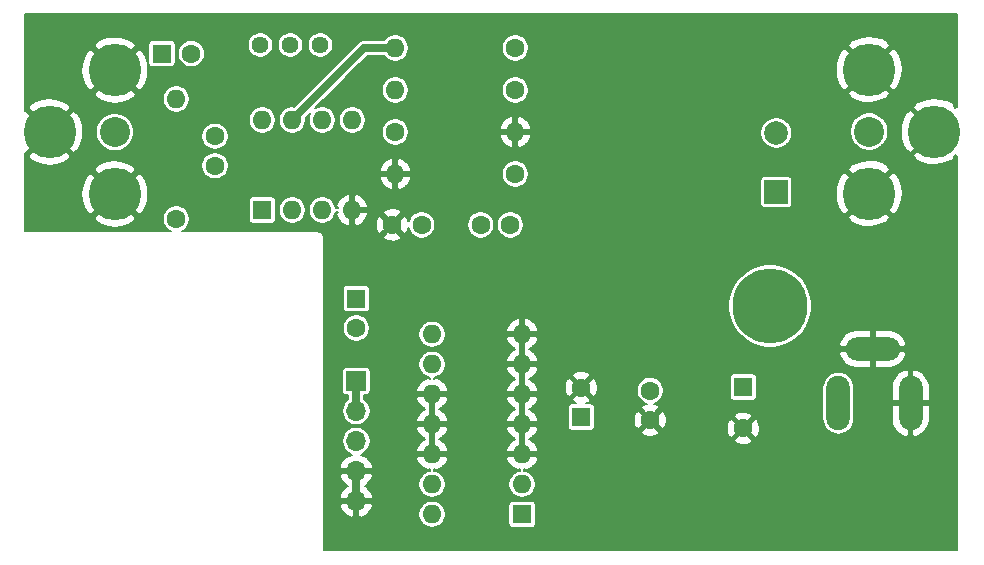
<source format=gbl>
G04 #@! TF.GenerationSoftware,KiCad,Pcbnew,(5.1.10)-1*
G04 #@! TF.CreationDate,2021-10-31T17:43:00-04:00*
G04 #@! TF.ProjectId,AudioAmp380,41756469-6f41-46d7-9033-38302e6b6963,1*
G04 #@! TF.SameCoordinates,Original*
G04 #@! TF.FileFunction,Copper,L2,Bot*
G04 #@! TF.FilePolarity,Positive*
%FSLAX46Y46*%
G04 Gerber Fmt 4.6, Leading zero omitted, Abs format (unit mm)*
G04 Created by KiCad (PCBNEW (5.1.10)-1) date 2021-10-31 17:43:00*
%MOMM*%
%LPD*%
G01*
G04 APERTURE LIST*
G04 #@! TA.AperFunction,ComponentPad*
%ADD10C,1.600000*%
G04 #@! TD*
G04 #@! TA.AperFunction,ComponentPad*
%ADD11O,1.600000X1.600000*%
G04 #@! TD*
G04 #@! TA.AperFunction,ComponentPad*
%ADD12R,1.600000X1.600000*%
G04 #@! TD*
G04 #@! TA.AperFunction,ComponentPad*
%ADD13C,2.540000*%
G04 #@! TD*
G04 #@! TA.AperFunction,ComponentPad*
%ADD14C,4.445000*%
G04 #@! TD*
G04 #@! TA.AperFunction,ComponentPad*
%ADD15C,6.350000*%
G04 #@! TD*
G04 #@! TA.AperFunction,ComponentPad*
%ADD16R,1.700000X1.700000*%
G04 #@! TD*
G04 #@! TA.AperFunction,ComponentPad*
%ADD17O,1.700000X1.700000*%
G04 #@! TD*
G04 #@! TA.AperFunction,ComponentPad*
%ADD18R,2.000000X2.000000*%
G04 #@! TD*
G04 #@! TA.AperFunction,ComponentPad*
%ADD19C,2.000000*%
G04 #@! TD*
G04 #@! TA.AperFunction,ComponentPad*
%ADD20O,2.000000X4.600000*%
G04 #@! TD*
G04 #@! TA.AperFunction,ComponentPad*
%ADD21O,4.600000X2.000000*%
G04 #@! TD*
G04 #@! TA.AperFunction,ComponentPad*
%ADD22C,1.440000*%
G04 #@! TD*
G04 #@! TA.AperFunction,Conductor*
%ADD23C,0.635000*%
G04 #@! TD*
G04 #@! TA.AperFunction,Conductor*
%ADD24C,0.203200*%
G04 #@! TD*
G04 #@! TA.AperFunction,Conductor*
%ADD25C,0.152400*%
G04 #@! TD*
G04 APERTURE END LIST*
D10*
X45740000Y-64012400D03*
D11*
X45740000Y-53852400D03*
D12*
X53020000Y-63258400D03*
D11*
X60640000Y-55638400D03*
X55560000Y-63258400D03*
X58100000Y-55638400D03*
X58100000Y-63258400D03*
X55560000Y-55638400D03*
X60640000Y-63258400D03*
X53020000Y-55638400D03*
D13*
X40533000Y-56654400D03*
D14*
X40533000Y-51409300D03*
X40533000Y-61899500D03*
X35021200Y-56654400D03*
D13*
X104405000Y-56613400D03*
D14*
X104405000Y-61858500D03*
X104405000Y-51368300D03*
X109916800Y-56613400D03*
D11*
X64282000Y-49542400D03*
D10*
X74442000Y-49542400D03*
D11*
X74442000Y-56654400D03*
D10*
X64282000Y-56654400D03*
D12*
X93746000Y-78244400D03*
D10*
X93746000Y-81744400D03*
D15*
X96020000Y-71386400D03*
D16*
X60980000Y-77736400D03*
D17*
X60980000Y-80276400D03*
X60980000Y-82816400D03*
X60980000Y-85356400D03*
X60980000Y-87896400D03*
D10*
X71520000Y-64512400D03*
X74020000Y-64512400D03*
D12*
X75020000Y-89012400D03*
D11*
X67400000Y-73772400D03*
X75020000Y-86472400D03*
X67400000Y-76312400D03*
X75020000Y-83932400D03*
X67400000Y-78852400D03*
X75020000Y-81392400D03*
X67400000Y-81392400D03*
X75020000Y-78852400D03*
X67400000Y-83932400D03*
X75020000Y-76312400D03*
X67400000Y-86472400D03*
X75020000Y-73772400D03*
X67400000Y-89012400D03*
D10*
X66520000Y-64512400D03*
X64020000Y-64512400D03*
X49020000Y-59512400D03*
X49020000Y-57012400D03*
X74442000Y-53098400D03*
D11*
X64282000Y-53098400D03*
D10*
X74442000Y-60210400D03*
D11*
X64282000Y-60210400D03*
D12*
X80030000Y-80784400D03*
D10*
X80030000Y-78284400D03*
D18*
X96540000Y-61734400D03*
D19*
X96540000Y-56734400D03*
D10*
X85872000Y-81038400D03*
X85872000Y-78538400D03*
D20*
X107905000Y-79613400D03*
X101805000Y-79613400D03*
D21*
X104705000Y-75013400D03*
D22*
X57932000Y-49288400D03*
X55392000Y-49288400D03*
X52852000Y-49288400D03*
D10*
X60980000Y-73251400D03*
D12*
X60980000Y-70751400D03*
X44520000Y-50012400D03*
D10*
X47020000Y-50012400D03*
D23*
X60980000Y-87896400D02*
X60980000Y-85356400D01*
X60980000Y-80276400D02*
X60980000Y-77736400D01*
X61656000Y-49542400D02*
X64282000Y-49542400D01*
X55560000Y-55638400D02*
X61656000Y-49542400D01*
D24*
X111858901Y-54531622D02*
X111820975Y-54493696D01*
X111710508Y-54604163D01*
X111463827Y-54224823D01*
X110968113Y-53968909D01*
X110431997Y-53814621D01*
X109876083Y-53767889D01*
X109321734Y-53830508D01*
X108790252Y-54000073D01*
X108369773Y-54224823D01*
X108123091Y-54604165D01*
X109916800Y-56397874D01*
X109930943Y-56383732D01*
X110146469Y-56599258D01*
X110132326Y-56613400D01*
X110146469Y-56627543D01*
X109930943Y-56843069D01*
X109916800Y-56828926D01*
X108123091Y-58622635D01*
X108369773Y-59001977D01*
X108865487Y-59257891D01*
X109401603Y-59412179D01*
X109957517Y-59458911D01*
X110511866Y-59396292D01*
X111043348Y-59226727D01*
X111463827Y-59001977D01*
X111710508Y-58622637D01*
X111820975Y-58733104D01*
X111858901Y-58695178D01*
X111858900Y-92067300D01*
X58224100Y-92067300D01*
X58224100Y-88274007D01*
X59570090Y-88274007D01*
X59597911Y-88365738D01*
X59716031Y-88626352D01*
X59882724Y-88858914D01*
X60091585Y-89054487D01*
X60334587Y-89205556D01*
X60602392Y-89306315D01*
X60827600Y-89195628D01*
X60827600Y-88048800D01*
X61132400Y-88048800D01*
X61132400Y-89195628D01*
X61357608Y-89306315D01*
X61625413Y-89205556D01*
X61868415Y-89054487D01*
X62034911Y-88898583D01*
X66244400Y-88898583D01*
X66244400Y-89126217D01*
X66288809Y-89349476D01*
X66375921Y-89559782D01*
X66502387Y-89749052D01*
X66663348Y-89910013D01*
X66852618Y-90036479D01*
X67062924Y-90123591D01*
X67286183Y-90168000D01*
X67513817Y-90168000D01*
X67737076Y-90123591D01*
X67947382Y-90036479D01*
X68136652Y-89910013D01*
X68297613Y-89749052D01*
X68424079Y-89559782D01*
X68511191Y-89349476D01*
X68555600Y-89126217D01*
X68555600Y-88898583D01*
X68511191Y-88675324D01*
X68424079Y-88465018D01*
X68297613Y-88275748D01*
X68234265Y-88212400D01*
X73862680Y-88212400D01*
X73862680Y-89812400D01*
X73869546Y-89882110D01*
X73889879Y-89949140D01*
X73922899Y-90010916D01*
X73967337Y-90065063D01*
X74021484Y-90109501D01*
X74083260Y-90142521D01*
X74150290Y-90162854D01*
X74220000Y-90169720D01*
X75820000Y-90169720D01*
X75889710Y-90162854D01*
X75956740Y-90142521D01*
X76018516Y-90109501D01*
X76072663Y-90065063D01*
X76117101Y-90010916D01*
X76150121Y-89949140D01*
X76170454Y-89882110D01*
X76177320Y-89812400D01*
X76177320Y-88212400D01*
X76170454Y-88142690D01*
X76150121Y-88075660D01*
X76117101Y-88013884D01*
X76072663Y-87959737D01*
X76018516Y-87915299D01*
X75956740Y-87882279D01*
X75889710Y-87861946D01*
X75820000Y-87855080D01*
X74220000Y-87855080D01*
X74150290Y-87861946D01*
X74083260Y-87882279D01*
X74021484Y-87915299D01*
X73967337Y-87959737D01*
X73922899Y-88013884D01*
X73889879Y-88075660D01*
X73869546Y-88142690D01*
X73862680Y-88212400D01*
X68234265Y-88212400D01*
X68136652Y-88114787D01*
X67947382Y-87988321D01*
X67737076Y-87901209D01*
X67513817Y-87856800D01*
X67286183Y-87856800D01*
X67062924Y-87901209D01*
X66852618Y-87988321D01*
X66663348Y-88114787D01*
X66502387Y-88275748D01*
X66375921Y-88465018D01*
X66288809Y-88675324D01*
X66244400Y-88898583D01*
X62034911Y-88898583D01*
X62077276Y-88858914D01*
X62243969Y-88626352D01*
X62362089Y-88365738D01*
X62389910Y-88274007D01*
X62278286Y-88048800D01*
X61132400Y-88048800D01*
X60827600Y-88048800D01*
X59681714Y-88048800D01*
X59570090Y-88274007D01*
X58224100Y-88274007D01*
X58224100Y-85734007D01*
X59570090Y-85734007D01*
X59597911Y-85825738D01*
X59716031Y-86086352D01*
X59882724Y-86318914D01*
X60091585Y-86514487D01*
X60271603Y-86626400D01*
X60091585Y-86738313D01*
X59882724Y-86933886D01*
X59716031Y-87166448D01*
X59597911Y-87427062D01*
X59570090Y-87518793D01*
X59681714Y-87744000D01*
X60827600Y-87744000D01*
X60827600Y-85508800D01*
X61132400Y-85508800D01*
X61132400Y-87744000D01*
X62278286Y-87744000D01*
X62389910Y-87518793D01*
X62362089Y-87427062D01*
X62243969Y-87166448D01*
X62077276Y-86933886D01*
X61868415Y-86738313D01*
X61688397Y-86626400D01*
X61868415Y-86514487D01*
X62077276Y-86318914D01*
X62243969Y-86086352D01*
X62362089Y-85825738D01*
X62389910Y-85734007D01*
X62278286Y-85508800D01*
X61132400Y-85508800D01*
X60827600Y-85508800D01*
X59681714Y-85508800D01*
X59570090Y-85734007D01*
X58224100Y-85734007D01*
X58224100Y-84978793D01*
X59570090Y-84978793D01*
X59681714Y-85204000D01*
X60827600Y-85204000D01*
X60827600Y-85184000D01*
X61132400Y-85184000D01*
X61132400Y-85204000D01*
X62278286Y-85204000D01*
X62389910Y-84978793D01*
X62362089Y-84887062D01*
X62243969Y-84626448D01*
X62077276Y-84393886D01*
X61979298Y-84302141D01*
X66039756Y-84302141D01*
X66063577Y-84380685D01*
X66176712Y-84632795D01*
X66336857Y-84857989D01*
X66537858Y-85047613D01*
X66771991Y-85194380D01*
X67030258Y-85292650D01*
X67247598Y-85181344D01*
X67247598Y-85324475D01*
X67062924Y-85361209D01*
X66852618Y-85448321D01*
X66663348Y-85574787D01*
X66502387Y-85735748D01*
X66375921Y-85925018D01*
X66288809Y-86135324D01*
X66244400Y-86358583D01*
X66244400Y-86586217D01*
X66288809Y-86809476D01*
X66375921Y-87019782D01*
X66502387Y-87209052D01*
X66663348Y-87370013D01*
X66852618Y-87496479D01*
X67062924Y-87583591D01*
X67286183Y-87628000D01*
X67513817Y-87628000D01*
X67737076Y-87583591D01*
X67947382Y-87496479D01*
X68136652Y-87370013D01*
X68297613Y-87209052D01*
X68424079Y-87019782D01*
X68511191Y-86809476D01*
X68555600Y-86586217D01*
X68555600Y-86358583D01*
X68511191Y-86135324D01*
X68424079Y-85925018D01*
X68297613Y-85735748D01*
X68136652Y-85574787D01*
X67947382Y-85448321D01*
X67737076Y-85361209D01*
X67552402Y-85324475D01*
X67552402Y-85181344D01*
X67769742Y-85292650D01*
X68028009Y-85194380D01*
X68262142Y-85047613D01*
X68463143Y-84857989D01*
X68623288Y-84632795D01*
X68736423Y-84380685D01*
X68760244Y-84302141D01*
X73659756Y-84302141D01*
X73683577Y-84380685D01*
X73796712Y-84632795D01*
X73956857Y-84857989D01*
X74157858Y-85047613D01*
X74391991Y-85194380D01*
X74650258Y-85292650D01*
X74867598Y-85181344D01*
X74867598Y-85324475D01*
X74682924Y-85361209D01*
X74472618Y-85448321D01*
X74283348Y-85574787D01*
X74122387Y-85735748D01*
X73995921Y-85925018D01*
X73908809Y-86135324D01*
X73864400Y-86358583D01*
X73864400Y-86586217D01*
X73908809Y-86809476D01*
X73995921Y-87019782D01*
X74122387Y-87209052D01*
X74283348Y-87370013D01*
X74472618Y-87496479D01*
X74682924Y-87583591D01*
X74906183Y-87628000D01*
X75133817Y-87628000D01*
X75357076Y-87583591D01*
X75567382Y-87496479D01*
X75756652Y-87370013D01*
X75917613Y-87209052D01*
X76044079Y-87019782D01*
X76131191Y-86809476D01*
X76175600Y-86586217D01*
X76175600Y-86358583D01*
X76131191Y-86135324D01*
X76044079Y-85925018D01*
X75917613Y-85735748D01*
X75756652Y-85574787D01*
X75567382Y-85448321D01*
X75357076Y-85361209D01*
X75172402Y-85324475D01*
X75172402Y-85181344D01*
X75389742Y-85292650D01*
X75648009Y-85194380D01*
X75882142Y-85047613D01*
X76083143Y-84857989D01*
X76243288Y-84632795D01*
X76356423Y-84380685D01*
X76380244Y-84302141D01*
X76267929Y-84084800D01*
X75172400Y-84084800D01*
X75172400Y-84104800D01*
X74867600Y-84104800D01*
X74867600Y-84084800D01*
X73772071Y-84084800D01*
X73659756Y-84302141D01*
X68760244Y-84302141D01*
X68647929Y-84084800D01*
X67552400Y-84084800D01*
X67552400Y-84104800D01*
X67247600Y-84104800D01*
X67247600Y-84084800D01*
X66152071Y-84084800D01*
X66039756Y-84302141D01*
X61979298Y-84302141D01*
X61868415Y-84198313D01*
X61625413Y-84047244D01*
X61380932Y-83955260D01*
X61551066Y-83884789D01*
X61748525Y-83752850D01*
X61916450Y-83584925D01*
X62048389Y-83387466D01*
X62139269Y-83168060D01*
X62185600Y-82935141D01*
X62185600Y-82697659D01*
X62139269Y-82464740D01*
X62048389Y-82245334D01*
X61916450Y-82047875D01*
X61748525Y-81879950D01*
X61572213Y-81762141D01*
X66039756Y-81762141D01*
X66063577Y-81840685D01*
X66176712Y-82092795D01*
X66336857Y-82317989D01*
X66537858Y-82507613D01*
X66771991Y-82654380D01*
X66793069Y-82662400D01*
X66771991Y-82670420D01*
X66537858Y-82817187D01*
X66336857Y-83006811D01*
X66176712Y-83232005D01*
X66063577Y-83484115D01*
X66039756Y-83562659D01*
X66152071Y-83780000D01*
X67247600Y-83780000D01*
X67247600Y-82683457D01*
X67206483Y-82662400D01*
X67247600Y-82641343D01*
X67247600Y-81544800D01*
X67552400Y-81544800D01*
X67552400Y-82641343D01*
X67593517Y-82662400D01*
X67552400Y-82683457D01*
X67552400Y-83780000D01*
X68647929Y-83780000D01*
X68760244Y-83562659D01*
X68736423Y-83484115D01*
X68623288Y-83232005D01*
X68463143Y-83006811D01*
X68262142Y-82817187D01*
X68028009Y-82670420D01*
X68006931Y-82662400D01*
X68028009Y-82654380D01*
X68262142Y-82507613D01*
X68463143Y-82317989D01*
X68623288Y-82092795D01*
X68736423Y-81840685D01*
X68760244Y-81762141D01*
X73659756Y-81762141D01*
X73683577Y-81840685D01*
X73796712Y-82092795D01*
X73956857Y-82317989D01*
X74157858Y-82507613D01*
X74391991Y-82654380D01*
X74413069Y-82662400D01*
X74391991Y-82670420D01*
X74157858Y-82817187D01*
X73956857Y-83006811D01*
X73796712Y-83232005D01*
X73683577Y-83484115D01*
X73659756Y-83562659D01*
X73772071Y-83780000D01*
X74867600Y-83780000D01*
X74867600Y-82683457D01*
X74826483Y-82662400D01*
X74867600Y-82641343D01*
X74867600Y-81544800D01*
X75172400Y-81544800D01*
X75172400Y-82641343D01*
X75213517Y-82662400D01*
X75172400Y-82683457D01*
X75172400Y-83780000D01*
X76267929Y-83780000D01*
X76380244Y-83562659D01*
X76356423Y-83484115D01*
X76243288Y-83232005D01*
X76083143Y-83006811D01*
X75882142Y-82817187D01*
X75758115Y-82739440D01*
X92966486Y-82739440D01*
X93041577Y-82973233D01*
X93294845Y-83087048D01*
X93565452Y-83149266D01*
X93842997Y-83157495D01*
X94116814Y-83111420D01*
X94376381Y-83012811D01*
X94450423Y-82973233D01*
X94525514Y-82739440D01*
X93746000Y-81959926D01*
X92966486Y-82739440D01*
X75758115Y-82739440D01*
X75648009Y-82670420D01*
X75626931Y-82662400D01*
X75648009Y-82654380D01*
X75882142Y-82507613D01*
X76083143Y-82317989D01*
X76243288Y-82092795D01*
X76269923Y-82033440D01*
X85092486Y-82033440D01*
X85167577Y-82267233D01*
X85420845Y-82381048D01*
X85691452Y-82443266D01*
X85968997Y-82451495D01*
X86242814Y-82405420D01*
X86502381Y-82306811D01*
X86576423Y-82267233D01*
X86651514Y-82033440D01*
X86459471Y-81841397D01*
X92332905Y-81841397D01*
X92378980Y-82115214D01*
X92477589Y-82374781D01*
X92517167Y-82448823D01*
X92750960Y-82523914D01*
X93530474Y-81744400D01*
X93961526Y-81744400D01*
X94741040Y-82523914D01*
X94974833Y-82448823D01*
X95088648Y-82195555D01*
X95150866Y-81924948D01*
X95159095Y-81647403D01*
X95113020Y-81373586D01*
X95014411Y-81114019D01*
X94974833Y-81039977D01*
X94788072Y-80979992D01*
X100449400Y-80979992D01*
X100469015Y-81179143D01*
X100546529Y-81434675D01*
X100672406Y-81670174D01*
X100841808Y-81876591D01*
X101048225Y-82045994D01*
X101283724Y-82171871D01*
X101539256Y-82249385D01*
X101805000Y-82275559D01*
X102070743Y-82249385D01*
X102326275Y-82171871D01*
X102561774Y-82045994D01*
X102768191Y-81876592D01*
X102937594Y-81670175D01*
X103063471Y-81434676D01*
X103140985Y-81179144D01*
X103160600Y-80979993D01*
X103160600Y-79765800D01*
X106295400Y-79765800D01*
X106295400Y-81065800D01*
X106356060Y-81376889D01*
X106476245Y-81670166D01*
X106651336Y-81934361D01*
X106874604Y-82159321D01*
X107137470Y-82336401D01*
X107429832Y-82458796D01*
X107503811Y-82472201D01*
X107752600Y-82362609D01*
X107752600Y-79765800D01*
X108057400Y-79765800D01*
X108057400Y-82362609D01*
X108306189Y-82472201D01*
X108380168Y-82458796D01*
X108672530Y-82336401D01*
X108935396Y-82159321D01*
X109158664Y-81934361D01*
X109333755Y-81670166D01*
X109453940Y-81376889D01*
X109514600Y-81065800D01*
X109514600Y-79765800D01*
X108057400Y-79765800D01*
X107752600Y-79765800D01*
X106295400Y-79765800D01*
X103160600Y-79765800D01*
X103160600Y-78246807D01*
X103152149Y-78161000D01*
X106295400Y-78161000D01*
X106295400Y-79461000D01*
X107752600Y-79461000D01*
X107752600Y-76864191D01*
X108057400Y-76864191D01*
X108057400Y-79461000D01*
X109514600Y-79461000D01*
X109514600Y-78161000D01*
X109453940Y-77849911D01*
X109333755Y-77556634D01*
X109158664Y-77292439D01*
X108935396Y-77067479D01*
X108672530Y-76890399D01*
X108380168Y-76768004D01*
X108306189Y-76754599D01*
X108057400Y-76864191D01*
X107752600Y-76864191D01*
X107503811Y-76754599D01*
X107429832Y-76768004D01*
X107137470Y-76890399D01*
X106874604Y-77067479D01*
X106651336Y-77292439D01*
X106476245Y-77556634D01*
X106356060Y-77849911D01*
X106295400Y-78161000D01*
X103152149Y-78161000D01*
X103140985Y-78047656D01*
X103063471Y-77792124D01*
X102937594Y-77556625D01*
X102768192Y-77350208D01*
X102561775Y-77180806D01*
X102326276Y-77054929D01*
X102070744Y-76977415D01*
X101805000Y-76951241D01*
X101539257Y-76977415D01*
X101283725Y-77054929D01*
X101048226Y-77180806D01*
X100841809Y-77350208D01*
X100672407Y-77556625D01*
X100546530Y-77792124D01*
X100469016Y-78047656D01*
X100449401Y-78246807D01*
X100449400Y-80979992D01*
X94788072Y-80979992D01*
X94741040Y-80964886D01*
X93961526Y-81744400D01*
X93530474Y-81744400D01*
X92750960Y-80964886D01*
X92517167Y-81039977D01*
X92403352Y-81293245D01*
X92341134Y-81563852D01*
X92332905Y-81841397D01*
X86459471Y-81841397D01*
X85872000Y-81253926D01*
X85092486Y-82033440D01*
X76269923Y-82033440D01*
X76356423Y-81840685D01*
X76380244Y-81762141D01*
X76267929Y-81544800D01*
X75172400Y-81544800D01*
X74867600Y-81544800D01*
X73772071Y-81544800D01*
X73659756Y-81762141D01*
X68760244Y-81762141D01*
X68647929Y-81544800D01*
X67552400Y-81544800D01*
X67247600Y-81544800D01*
X66152071Y-81544800D01*
X66039756Y-81762141D01*
X61572213Y-81762141D01*
X61551066Y-81748011D01*
X61331660Y-81657131D01*
X61098741Y-81610800D01*
X60861259Y-81610800D01*
X60628340Y-81657131D01*
X60408934Y-81748011D01*
X60211475Y-81879950D01*
X60043550Y-82047875D01*
X59911611Y-82245334D01*
X59820731Y-82464740D01*
X59774400Y-82697659D01*
X59774400Y-82935141D01*
X59820731Y-83168060D01*
X59911611Y-83387466D01*
X60043550Y-83584925D01*
X60211475Y-83752850D01*
X60408934Y-83884789D01*
X60579068Y-83955260D01*
X60334587Y-84047244D01*
X60091585Y-84198313D01*
X59882724Y-84393886D01*
X59716031Y-84626448D01*
X59597911Y-84887062D01*
X59570090Y-84978793D01*
X58224100Y-84978793D01*
X58224100Y-76886400D01*
X59772680Y-76886400D01*
X59772680Y-78586400D01*
X59779546Y-78656110D01*
X59799879Y-78723140D01*
X59832899Y-78784916D01*
X59877337Y-78839063D01*
X59931484Y-78883501D01*
X59993260Y-78916521D01*
X60060290Y-78936854D01*
X60130000Y-78943720D01*
X60306901Y-78943720D01*
X60306900Y-79276188D01*
X60211475Y-79339950D01*
X60043550Y-79507875D01*
X59911611Y-79705334D01*
X59820731Y-79924740D01*
X59774400Y-80157659D01*
X59774400Y-80395141D01*
X59820731Y-80628060D01*
X59911611Y-80847466D01*
X60043550Y-81044925D01*
X60211475Y-81212850D01*
X60408934Y-81344789D01*
X60628340Y-81435669D01*
X60861259Y-81482000D01*
X61098741Y-81482000D01*
X61331660Y-81435669D01*
X61551066Y-81344789D01*
X61748525Y-81212850D01*
X61916450Y-81044925D01*
X62048389Y-80847466D01*
X62139269Y-80628060D01*
X62185600Y-80395141D01*
X62185600Y-80157659D01*
X62139269Y-79924740D01*
X62048389Y-79705334D01*
X61916450Y-79507875D01*
X61748525Y-79339950D01*
X61653100Y-79276189D01*
X61653100Y-79222141D01*
X66039756Y-79222141D01*
X66063577Y-79300685D01*
X66176712Y-79552795D01*
X66336857Y-79777989D01*
X66537858Y-79967613D01*
X66771991Y-80114380D01*
X66793069Y-80122400D01*
X66771991Y-80130420D01*
X66537858Y-80277187D01*
X66336857Y-80466811D01*
X66176712Y-80692005D01*
X66063577Y-80944115D01*
X66039756Y-81022659D01*
X66152071Y-81240000D01*
X67247600Y-81240000D01*
X67247600Y-80143457D01*
X67206483Y-80122400D01*
X67247600Y-80101343D01*
X67247600Y-79004800D01*
X67552400Y-79004800D01*
X67552400Y-80101343D01*
X67593517Y-80122400D01*
X67552400Y-80143457D01*
X67552400Y-81240000D01*
X68647929Y-81240000D01*
X68760244Y-81022659D01*
X68736423Y-80944115D01*
X68623288Y-80692005D01*
X68463143Y-80466811D01*
X68262142Y-80277187D01*
X68028009Y-80130420D01*
X68006931Y-80122400D01*
X68028009Y-80114380D01*
X68262142Y-79967613D01*
X68463143Y-79777989D01*
X68623288Y-79552795D01*
X68736423Y-79300685D01*
X68760244Y-79222141D01*
X73659756Y-79222141D01*
X73683577Y-79300685D01*
X73796712Y-79552795D01*
X73956857Y-79777989D01*
X74157858Y-79967613D01*
X74391991Y-80114380D01*
X74413069Y-80122400D01*
X74391991Y-80130420D01*
X74157858Y-80277187D01*
X73956857Y-80466811D01*
X73796712Y-80692005D01*
X73683577Y-80944115D01*
X73659756Y-81022659D01*
X73772071Y-81240000D01*
X74867600Y-81240000D01*
X74867600Y-80143457D01*
X74826483Y-80122400D01*
X74867600Y-80101343D01*
X74867600Y-79004800D01*
X75172400Y-79004800D01*
X75172400Y-80101343D01*
X75213517Y-80122400D01*
X75172400Y-80143457D01*
X75172400Y-81240000D01*
X76267929Y-81240000D01*
X76380244Y-81022659D01*
X76356423Y-80944115D01*
X76243288Y-80692005D01*
X76083143Y-80466811D01*
X75882142Y-80277187D01*
X75648009Y-80130420D01*
X75626931Y-80122400D01*
X75648009Y-80114380D01*
X75855362Y-79984400D01*
X78872680Y-79984400D01*
X78872680Y-81584400D01*
X78879546Y-81654110D01*
X78899879Y-81721140D01*
X78932899Y-81782916D01*
X78977337Y-81837063D01*
X79031484Y-81881501D01*
X79093260Y-81914521D01*
X79160290Y-81934854D01*
X79230000Y-81941720D01*
X80830000Y-81941720D01*
X80899710Y-81934854D01*
X80966740Y-81914521D01*
X81028516Y-81881501D01*
X81082663Y-81837063D01*
X81127101Y-81782916D01*
X81160121Y-81721140D01*
X81180454Y-81654110D01*
X81187320Y-81584400D01*
X81187320Y-81135397D01*
X84458905Y-81135397D01*
X84504980Y-81409214D01*
X84603589Y-81668781D01*
X84643167Y-81742823D01*
X84876960Y-81817914D01*
X85656474Y-81038400D01*
X86087526Y-81038400D01*
X86867040Y-81817914D01*
X87100833Y-81742823D01*
X87214648Y-81489555D01*
X87276866Y-81218948D01*
X87285095Y-80941403D01*
X87252781Y-80749360D01*
X92966486Y-80749360D01*
X93746000Y-81528874D01*
X94525514Y-80749360D01*
X94450423Y-80515567D01*
X94197155Y-80401752D01*
X93926548Y-80339534D01*
X93649003Y-80331305D01*
X93375186Y-80377380D01*
X93115619Y-80475989D01*
X93041577Y-80515567D01*
X92966486Y-80749360D01*
X87252781Y-80749360D01*
X87239020Y-80667586D01*
X87140411Y-80408019D01*
X87100833Y-80333977D01*
X86867040Y-80258886D01*
X86087526Y-81038400D01*
X85656474Y-81038400D01*
X84876960Y-80258886D01*
X84643167Y-80333977D01*
X84529352Y-80587245D01*
X84467134Y-80857852D01*
X84458905Y-81135397D01*
X81187320Y-81135397D01*
X81187320Y-79984400D01*
X81180454Y-79914690D01*
X81160121Y-79847660D01*
X81127101Y-79785884D01*
X81082663Y-79731737D01*
X81028516Y-79687299D01*
X80966740Y-79654279D01*
X80899710Y-79633946D01*
X80830000Y-79627080D01*
X80464884Y-79627080D01*
X80660381Y-79552811D01*
X80734423Y-79513233D01*
X80809514Y-79279440D01*
X80030000Y-78499926D01*
X79250486Y-79279440D01*
X79325577Y-79513233D01*
X79578845Y-79627048D01*
X79578984Y-79627080D01*
X79230000Y-79627080D01*
X79160290Y-79633946D01*
X79093260Y-79654279D01*
X79031484Y-79687299D01*
X78977337Y-79731737D01*
X78932899Y-79785884D01*
X78899879Y-79847660D01*
X78879546Y-79914690D01*
X78872680Y-79984400D01*
X75855362Y-79984400D01*
X75882142Y-79967613D01*
X76083143Y-79777989D01*
X76243288Y-79552795D01*
X76356423Y-79300685D01*
X76380244Y-79222141D01*
X76267929Y-79004800D01*
X75172400Y-79004800D01*
X74867600Y-79004800D01*
X73772071Y-79004800D01*
X73659756Y-79222141D01*
X68760244Y-79222141D01*
X68647929Y-79004800D01*
X67552400Y-79004800D01*
X67247600Y-79004800D01*
X66152071Y-79004800D01*
X66039756Y-79222141D01*
X61653100Y-79222141D01*
X61653100Y-78943720D01*
X61830000Y-78943720D01*
X61899710Y-78936854D01*
X61966740Y-78916521D01*
X62028516Y-78883501D01*
X62082663Y-78839063D01*
X62127101Y-78784916D01*
X62160121Y-78723140D01*
X62180454Y-78656110D01*
X62187320Y-78586400D01*
X62187320Y-78482659D01*
X66039756Y-78482659D01*
X66152071Y-78700000D01*
X67247600Y-78700000D01*
X67247600Y-78680000D01*
X67552400Y-78680000D01*
X67552400Y-78700000D01*
X68647929Y-78700000D01*
X68760244Y-78482659D01*
X68736423Y-78404115D01*
X68623288Y-78152005D01*
X68463143Y-77926811D01*
X68262142Y-77737187D01*
X68028009Y-77590420D01*
X67769742Y-77492150D01*
X67552402Y-77603456D01*
X67552402Y-77460325D01*
X67737076Y-77423591D01*
X67947382Y-77336479D01*
X68136652Y-77210013D01*
X68297613Y-77049052D01*
X68424079Y-76859782D01*
X68497660Y-76682141D01*
X73659756Y-76682141D01*
X73683577Y-76760685D01*
X73796712Y-77012795D01*
X73956857Y-77237989D01*
X74157858Y-77427613D01*
X74391991Y-77574380D01*
X74413069Y-77582400D01*
X74391991Y-77590420D01*
X74157858Y-77737187D01*
X73956857Y-77926811D01*
X73796712Y-78152005D01*
X73683577Y-78404115D01*
X73659756Y-78482659D01*
X73772071Y-78700000D01*
X74867600Y-78700000D01*
X74867600Y-77603457D01*
X74826483Y-77582400D01*
X74867600Y-77561343D01*
X74867600Y-76464800D01*
X75172400Y-76464800D01*
X75172400Y-77561343D01*
X75213517Y-77582400D01*
X75172400Y-77603457D01*
X75172400Y-78700000D01*
X76267929Y-78700000D01*
X76380244Y-78482659D01*
X76356423Y-78404115D01*
X76346229Y-78381397D01*
X78616905Y-78381397D01*
X78662980Y-78655214D01*
X78761589Y-78914781D01*
X78801167Y-78988823D01*
X79034960Y-79063914D01*
X79814474Y-78284400D01*
X80245526Y-78284400D01*
X81025040Y-79063914D01*
X81258833Y-78988823D01*
X81372648Y-78735555D01*
X81434866Y-78464948D01*
X81436062Y-78424583D01*
X84716400Y-78424583D01*
X84716400Y-78652217D01*
X84760809Y-78875476D01*
X84847921Y-79085782D01*
X84974387Y-79275052D01*
X85135348Y-79436013D01*
X85324618Y-79562479D01*
X85534924Y-79649591D01*
X85578804Y-79658319D01*
X85501186Y-79671380D01*
X85241619Y-79769989D01*
X85167577Y-79809567D01*
X85092486Y-80043360D01*
X85872000Y-80822874D01*
X86651514Y-80043360D01*
X86576423Y-79809567D01*
X86323155Y-79695752D01*
X86162596Y-79658836D01*
X86209076Y-79649591D01*
X86419382Y-79562479D01*
X86608652Y-79436013D01*
X86769613Y-79275052D01*
X86896079Y-79085782D01*
X86983191Y-78875476D01*
X87027600Y-78652217D01*
X87027600Y-78424583D01*
X86983191Y-78201324D01*
X86896079Y-77991018D01*
X86769613Y-77801748D01*
X86608652Y-77640787D01*
X86419382Y-77514321D01*
X86250579Y-77444400D01*
X92588680Y-77444400D01*
X92588680Y-79044400D01*
X92595546Y-79114110D01*
X92615879Y-79181140D01*
X92648899Y-79242916D01*
X92693337Y-79297063D01*
X92747484Y-79341501D01*
X92809260Y-79374521D01*
X92876290Y-79394854D01*
X92946000Y-79401720D01*
X94546000Y-79401720D01*
X94615710Y-79394854D01*
X94682740Y-79374521D01*
X94744516Y-79341501D01*
X94798663Y-79297063D01*
X94843101Y-79242916D01*
X94876121Y-79181140D01*
X94896454Y-79114110D01*
X94903320Y-79044400D01*
X94903320Y-77444400D01*
X94896454Y-77374690D01*
X94876121Y-77307660D01*
X94843101Y-77245884D01*
X94798663Y-77191737D01*
X94744516Y-77147299D01*
X94682740Y-77114279D01*
X94615710Y-77093946D01*
X94546000Y-77087080D01*
X92946000Y-77087080D01*
X92876290Y-77093946D01*
X92809260Y-77114279D01*
X92747484Y-77147299D01*
X92693337Y-77191737D01*
X92648899Y-77245884D01*
X92615879Y-77307660D01*
X92595546Y-77374690D01*
X92588680Y-77444400D01*
X86250579Y-77444400D01*
X86209076Y-77427209D01*
X85985817Y-77382800D01*
X85758183Y-77382800D01*
X85534924Y-77427209D01*
X85324618Y-77514321D01*
X85135348Y-77640787D01*
X84974387Y-77801748D01*
X84847921Y-77991018D01*
X84760809Y-78201324D01*
X84716400Y-78424583D01*
X81436062Y-78424583D01*
X81443095Y-78187403D01*
X81397020Y-77913586D01*
X81298411Y-77654019D01*
X81258833Y-77579977D01*
X81025040Y-77504886D01*
X80245526Y-78284400D01*
X79814474Y-78284400D01*
X79034960Y-77504886D01*
X78801167Y-77579977D01*
X78687352Y-77833245D01*
X78625134Y-78103852D01*
X78616905Y-78381397D01*
X76346229Y-78381397D01*
X76243288Y-78152005D01*
X76083143Y-77926811D01*
X75882142Y-77737187D01*
X75648009Y-77590420D01*
X75626931Y-77582400D01*
X75648009Y-77574380D01*
X75882142Y-77427613D01*
X76028689Y-77289360D01*
X79250486Y-77289360D01*
X80030000Y-78068874D01*
X80809514Y-77289360D01*
X80734423Y-77055567D01*
X80481155Y-76941752D01*
X80210548Y-76879534D01*
X79933003Y-76871305D01*
X79659186Y-76917380D01*
X79399619Y-77015989D01*
X79325577Y-77055567D01*
X79250486Y-77289360D01*
X76028689Y-77289360D01*
X76083143Y-77237989D01*
X76243288Y-77012795D01*
X76356423Y-76760685D01*
X76380244Y-76682141D01*
X76267929Y-76464800D01*
X75172400Y-76464800D01*
X74867600Y-76464800D01*
X73772071Y-76464800D01*
X73659756Y-76682141D01*
X68497660Y-76682141D01*
X68511191Y-76649476D01*
X68555600Y-76426217D01*
X68555600Y-76198583D01*
X68511191Y-75975324D01*
X68424079Y-75765018D01*
X68297613Y-75575748D01*
X68136652Y-75414787D01*
X67947382Y-75288321D01*
X67737076Y-75201209D01*
X67513817Y-75156800D01*
X67286183Y-75156800D01*
X67062924Y-75201209D01*
X66852618Y-75288321D01*
X66663348Y-75414787D01*
X66502387Y-75575748D01*
X66375921Y-75765018D01*
X66288809Y-75975324D01*
X66244400Y-76198583D01*
X66244400Y-76426217D01*
X66288809Y-76649476D01*
X66375921Y-76859782D01*
X66502387Y-77049052D01*
X66663348Y-77210013D01*
X66852618Y-77336479D01*
X67062924Y-77423591D01*
X67247598Y-77460325D01*
X67247598Y-77603456D01*
X67030258Y-77492150D01*
X66771991Y-77590420D01*
X66537858Y-77737187D01*
X66336857Y-77926811D01*
X66176712Y-78152005D01*
X66063577Y-78404115D01*
X66039756Y-78482659D01*
X62187320Y-78482659D01*
X62187320Y-76886400D01*
X62180454Y-76816690D01*
X62160121Y-76749660D01*
X62127101Y-76687884D01*
X62082663Y-76633737D01*
X62028516Y-76589299D01*
X61966740Y-76556279D01*
X61899710Y-76535946D01*
X61830000Y-76529080D01*
X60130000Y-76529080D01*
X60060290Y-76535946D01*
X59993260Y-76556279D01*
X59931484Y-76589299D01*
X59877337Y-76633737D01*
X59832899Y-76687884D01*
X59799879Y-76749660D01*
X59779546Y-76816690D01*
X59772680Y-76886400D01*
X58224100Y-76886400D01*
X58224100Y-73137583D01*
X59824400Y-73137583D01*
X59824400Y-73365217D01*
X59868809Y-73588476D01*
X59955921Y-73798782D01*
X60082387Y-73988052D01*
X60243348Y-74149013D01*
X60432618Y-74275479D01*
X60642924Y-74362591D01*
X60866183Y-74407000D01*
X61093817Y-74407000D01*
X61317076Y-74362591D01*
X61527382Y-74275479D01*
X61716652Y-74149013D01*
X61877613Y-73988052D01*
X62004079Y-73798782D01*
X62062151Y-73658583D01*
X66244400Y-73658583D01*
X66244400Y-73886217D01*
X66288809Y-74109476D01*
X66375921Y-74319782D01*
X66502387Y-74509052D01*
X66663348Y-74670013D01*
X66852618Y-74796479D01*
X67062924Y-74883591D01*
X67286183Y-74928000D01*
X67513817Y-74928000D01*
X67737076Y-74883591D01*
X67947382Y-74796479D01*
X68136652Y-74670013D01*
X68297613Y-74509052D01*
X68424079Y-74319782D01*
X68497660Y-74142141D01*
X73659756Y-74142141D01*
X73683577Y-74220685D01*
X73796712Y-74472795D01*
X73956857Y-74697989D01*
X74157858Y-74887613D01*
X74391991Y-75034380D01*
X74413069Y-75042400D01*
X74391991Y-75050420D01*
X74157858Y-75197187D01*
X73956857Y-75386811D01*
X73796712Y-75612005D01*
X73683577Y-75864115D01*
X73659756Y-75942659D01*
X73772071Y-76160000D01*
X74867600Y-76160000D01*
X74867600Y-75063457D01*
X74826483Y-75042400D01*
X74867600Y-75021343D01*
X74867600Y-73924800D01*
X75172400Y-73924800D01*
X75172400Y-75021343D01*
X75213517Y-75042400D01*
X75172400Y-75063457D01*
X75172400Y-76160000D01*
X76267929Y-76160000D01*
X76380244Y-75942659D01*
X76356423Y-75864115D01*
X76243288Y-75612005D01*
X76102898Y-75414589D01*
X101846199Y-75414589D01*
X101859604Y-75488568D01*
X101981999Y-75780930D01*
X102159079Y-76043796D01*
X102384039Y-76267064D01*
X102648234Y-76442155D01*
X102941511Y-76562340D01*
X103252600Y-76623000D01*
X104552600Y-76623000D01*
X104552600Y-75165800D01*
X104857400Y-75165800D01*
X104857400Y-76623000D01*
X106157400Y-76623000D01*
X106468489Y-76562340D01*
X106761766Y-76442155D01*
X107025961Y-76267064D01*
X107250921Y-76043796D01*
X107428001Y-75780930D01*
X107550396Y-75488568D01*
X107563801Y-75414589D01*
X107454209Y-75165800D01*
X104857400Y-75165800D01*
X104552600Y-75165800D01*
X101955791Y-75165800D01*
X101846199Y-75414589D01*
X76102898Y-75414589D01*
X76083143Y-75386811D01*
X75882142Y-75197187D01*
X75648009Y-75050420D01*
X75626931Y-75042400D01*
X75648009Y-75034380D01*
X75882142Y-74887613D01*
X76083143Y-74697989D01*
X76243288Y-74472795D01*
X76356423Y-74220685D01*
X76380244Y-74142141D01*
X76267929Y-73924800D01*
X75172400Y-73924800D01*
X74867600Y-73924800D01*
X73772071Y-73924800D01*
X73659756Y-74142141D01*
X68497660Y-74142141D01*
X68511191Y-74109476D01*
X68555600Y-73886217D01*
X68555600Y-73658583D01*
X68511191Y-73435324D01*
X68497661Y-73402659D01*
X73659756Y-73402659D01*
X73772071Y-73620000D01*
X74867600Y-73620000D01*
X74867600Y-72523457D01*
X75172400Y-72523457D01*
X75172400Y-73620000D01*
X76267929Y-73620000D01*
X76380244Y-73402659D01*
X76356423Y-73324115D01*
X76243288Y-73072005D01*
X76083143Y-72846811D01*
X75882142Y-72657187D01*
X75648009Y-72510420D01*
X75389742Y-72412150D01*
X75172400Y-72523457D01*
X74867600Y-72523457D01*
X74650258Y-72412150D01*
X74391991Y-72510420D01*
X74157858Y-72657187D01*
X73956857Y-72846811D01*
X73796712Y-73072005D01*
X73683577Y-73324115D01*
X73659756Y-73402659D01*
X68497661Y-73402659D01*
X68424079Y-73225018D01*
X68297613Y-73035748D01*
X68136652Y-72874787D01*
X67947382Y-72748321D01*
X67737076Y-72661209D01*
X67513817Y-72616800D01*
X67286183Y-72616800D01*
X67062924Y-72661209D01*
X66852618Y-72748321D01*
X66663348Y-72874787D01*
X66502387Y-73035748D01*
X66375921Y-73225018D01*
X66288809Y-73435324D01*
X66244400Y-73658583D01*
X62062151Y-73658583D01*
X62091191Y-73588476D01*
X62135600Y-73365217D01*
X62135600Y-73137583D01*
X62091191Y-72914324D01*
X62004079Y-72704018D01*
X61877613Y-72514748D01*
X61716652Y-72353787D01*
X61527382Y-72227321D01*
X61317076Y-72140209D01*
X61093817Y-72095800D01*
X60866183Y-72095800D01*
X60642924Y-72140209D01*
X60432618Y-72227321D01*
X60243348Y-72353787D01*
X60082387Y-72514748D01*
X59955921Y-72704018D01*
X59868809Y-72914324D01*
X59824400Y-73137583D01*
X58224100Y-73137583D01*
X58224100Y-69951400D01*
X59822680Y-69951400D01*
X59822680Y-71551400D01*
X59829546Y-71621110D01*
X59849879Y-71688140D01*
X59882899Y-71749916D01*
X59927337Y-71804063D01*
X59981484Y-71848501D01*
X60043260Y-71881521D01*
X60110290Y-71901854D01*
X60180000Y-71908720D01*
X61780000Y-71908720D01*
X61849710Y-71901854D01*
X61916740Y-71881521D01*
X61978516Y-71848501D01*
X62032663Y-71804063D01*
X62077101Y-71749916D01*
X62110121Y-71688140D01*
X62130454Y-71621110D01*
X62137320Y-71551400D01*
X62137320Y-71038666D01*
X92489400Y-71038666D01*
X92489400Y-71734134D01*
X92625079Y-72416238D01*
X92891223Y-73058766D01*
X93277604Y-73637026D01*
X93769374Y-74128796D01*
X94347634Y-74515177D01*
X94990162Y-74781321D01*
X95672266Y-74917000D01*
X96367734Y-74917000D01*
X97049838Y-74781321D01*
X97458105Y-74612211D01*
X101846199Y-74612211D01*
X101955791Y-74861000D01*
X104552600Y-74861000D01*
X104552600Y-73403800D01*
X104857400Y-73403800D01*
X104857400Y-74861000D01*
X107454209Y-74861000D01*
X107563801Y-74612211D01*
X107550396Y-74538232D01*
X107428001Y-74245870D01*
X107250921Y-73983004D01*
X107025961Y-73759736D01*
X106761766Y-73584645D01*
X106468489Y-73464460D01*
X106157400Y-73403800D01*
X104857400Y-73403800D01*
X104552600Y-73403800D01*
X103252600Y-73403800D01*
X102941511Y-73464460D01*
X102648234Y-73584645D01*
X102384039Y-73759736D01*
X102159079Y-73983004D01*
X101981999Y-74245870D01*
X101859604Y-74538232D01*
X101846199Y-74612211D01*
X97458105Y-74612211D01*
X97692366Y-74515177D01*
X98270626Y-74128796D01*
X98762396Y-73637026D01*
X99148777Y-73058766D01*
X99414921Y-72416238D01*
X99550600Y-71734134D01*
X99550600Y-71038666D01*
X99414921Y-70356562D01*
X99148777Y-69714034D01*
X98762396Y-69135774D01*
X98270626Y-68644004D01*
X97692366Y-68257623D01*
X97049838Y-67991479D01*
X96367734Y-67855800D01*
X95672266Y-67855800D01*
X94990162Y-67991479D01*
X94347634Y-68257623D01*
X93769374Y-68644004D01*
X93277604Y-69135774D01*
X92891223Y-69714034D01*
X92625079Y-70356562D01*
X92489400Y-71038666D01*
X62137320Y-71038666D01*
X62137320Y-69951400D01*
X62130454Y-69881690D01*
X62110121Y-69814660D01*
X62077101Y-69752884D01*
X62032663Y-69698737D01*
X61978516Y-69654299D01*
X61916740Y-69621279D01*
X61849710Y-69600946D01*
X61780000Y-69594080D01*
X60180000Y-69594080D01*
X60110290Y-69600946D01*
X60043260Y-69621279D01*
X59981484Y-69654299D01*
X59927337Y-69698737D01*
X59882899Y-69752884D01*
X59849879Y-69814660D01*
X59829546Y-69881690D01*
X59822680Y-69951400D01*
X58224100Y-69951400D01*
X58224100Y-65640223D01*
X58226742Y-65613400D01*
X58216306Y-65507440D01*
X63240486Y-65507440D01*
X63315577Y-65741233D01*
X63568845Y-65855048D01*
X63839452Y-65917266D01*
X64116997Y-65925495D01*
X64390814Y-65879420D01*
X64650381Y-65780811D01*
X64724423Y-65741233D01*
X64799514Y-65507440D01*
X64020000Y-64727926D01*
X63240486Y-65507440D01*
X58216306Y-65507440D01*
X58216198Y-65506346D01*
X58184972Y-65403406D01*
X58134262Y-65308535D01*
X58066019Y-65225381D01*
X57982865Y-65157138D01*
X57887994Y-65106428D01*
X57785054Y-65075202D01*
X57704824Y-65067300D01*
X57678000Y-65064658D01*
X57651176Y-65067300D01*
X46212974Y-65067300D01*
X46287382Y-65036479D01*
X46476652Y-64910013D01*
X46637613Y-64749052D01*
X46764079Y-64559782D01*
X46851191Y-64349476D01*
X46895600Y-64126217D01*
X46895600Y-63898583D01*
X46851191Y-63675324D01*
X46764079Y-63465018D01*
X46637613Y-63275748D01*
X46476652Y-63114787D01*
X46287382Y-62988321D01*
X46077076Y-62901209D01*
X45853817Y-62856800D01*
X45626183Y-62856800D01*
X45402924Y-62901209D01*
X45192618Y-62988321D01*
X45003348Y-63114787D01*
X44842387Y-63275748D01*
X44715921Y-63465018D01*
X44628809Y-63675324D01*
X44584400Y-63898583D01*
X44584400Y-64126217D01*
X44628809Y-64349476D01*
X44715921Y-64559782D01*
X44842387Y-64749052D01*
X45003348Y-64910013D01*
X45192618Y-65036479D01*
X45267026Y-65067300D01*
X32951100Y-65067300D01*
X32951100Y-63908735D01*
X38739291Y-63908735D01*
X38985973Y-64288077D01*
X39481687Y-64543991D01*
X40017803Y-64698279D01*
X40573717Y-64745011D01*
X41128066Y-64682392D01*
X41659548Y-64512827D01*
X42080027Y-64288077D01*
X42326709Y-63908735D01*
X40533000Y-62115026D01*
X38739291Y-63908735D01*
X32951100Y-63908735D01*
X32951100Y-61940217D01*
X37687489Y-61940217D01*
X37750108Y-62494566D01*
X37919673Y-63026048D01*
X38144423Y-63446527D01*
X38523765Y-63693209D01*
X40317474Y-61899500D01*
X40748526Y-61899500D01*
X42542235Y-63693209D01*
X42921577Y-63446527D01*
X43177491Y-62950813D01*
X43319201Y-62458400D01*
X51862680Y-62458400D01*
X51862680Y-64058400D01*
X51869546Y-64128110D01*
X51889879Y-64195140D01*
X51922899Y-64256916D01*
X51967337Y-64311063D01*
X52021484Y-64355501D01*
X52083260Y-64388521D01*
X52150290Y-64408854D01*
X52220000Y-64415720D01*
X53820000Y-64415720D01*
X53889710Y-64408854D01*
X53956740Y-64388521D01*
X54018516Y-64355501D01*
X54072663Y-64311063D01*
X54117101Y-64256916D01*
X54150121Y-64195140D01*
X54170454Y-64128110D01*
X54177320Y-64058400D01*
X54177320Y-63144583D01*
X54404400Y-63144583D01*
X54404400Y-63372217D01*
X54448809Y-63595476D01*
X54535921Y-63805782D01*
X54662387Y-63995052D01*
X54823348Y-64156013D01*
X55012618Y-64282479D01*
X55222924Y-64369591D01*
X55446183Y-64414000D01*
X55673817Y-64414000D01*
X55897076Y-64369591D01*
X56107382Y-64282479D01*
X56296652Y-64156013D01*
X56457613Y-63995052D01*
X56584079Y-63805782D01*
X56671191Y-63595476D01*
X56715600Y-63372217D01*
X56715600Y-63144583D01*
X56944400Y-63144583D01*
X56944400Y-63372217D01*
X56988809Y-63595476D01*
X57075921Y-63805782D01*
X57202387Y-63995052D01*
X57363348Y-64156013D01*
X57552618Y-64282479D01*
X57762924Y-64369591D01*
X57986183Y-64414000D01*
X58213817Y-64414000D01*
X58437076Y-64369591D01*
X58647382Y-64282479D01*
X58836652Y-64156013D01*
X58997613Y-63995052D01*
X59124079Y-63805782D01*
X59211191Y-63595476D01*
X59247925Y-63410802D01*
X59391056Y-63410802D01*
X59279750Y-63628142D01*
X59378020Y-63886409D01*
X59524787Y-64120542D01*
X59714411Y-64321543D01*
X59939605Y-64481688D01*
X60191715Y-64594823D01*
X60270259Y-64618644D01*
X60487600Y-64506329D01*
X60487600Y-63410800D01*
X60792400Y-63410800D01*
X60792400Y-64506329D01*
X61009741Y-64618644D01*
X61040230Y-64609397D01*
X62606905Y-64609397D01*
X62652980Y-64883214D01*
X62751589Y-65142781D01*
X62791167Y-65216823D01*
X63024960Y-65291914D01*
X63804474Y-64512400D01*
X64235526Y-64512400D01*
X65015040Y-65291914D01*
X65248833Y-65216823D01*
X65362648Y-64963555D01*
X65399564Y-64802996D01*
X65408809Y-64849476D01*
X65495921Y-65059782D01*
X65622387Y-65249052D01*
X65783348Y-65410013D01*
X65972618Y-65536479D01*
X66182924Y-65623591D01*
X66406183Y-65668000D01*
X66633817Y-65668000D01*
X66857076Y-65623591D01*
X67067382Y-65536479D01*
X67256652Y-65410013D01*
X67417613Y-65249052D01*
X67544079Y-65059782D01*
X67631191Y-64849476D01*
X67675600Y-64626217D01*
X67675600Y-64398583D01*
X70364400Y-64398583D01*
X70364400Y-64626217D01*
X70408809Y-64849476D01*
X70495921Y-65059782D01*
X70622387Y-65249052D01*
X70783348Y-65410013D01*
X70972618Y-65536479D01*
X71182924Y-65623591D01*
X71406183Y-65668000D01*
X71633817Y-65668000D01*
X71857076Y-65623591D01*
X72067382Y-65536479D01*
X72256652Y-65410013D01*
X72417613Y-65249052D01*
X72544079Y-65059782D01*
X72631191Y-64849476D01*
X72675600Y-64626217D01*
X72675600Y-64398583D01*
X72864400Y-64398583D01*
X72864400Y-64626217D01*
X72908809Y-64849476D01*
X72995921Y-65059782D01*
X73122387Y-65249052D01*
X73283348Y-65410013D01*
X73472618Y-65536479D01*
X73682924Y-65623591D01*
X73906183Y-65668000D01*
X74133817Y-65668000D01*
X74357076Y-65623591D01*
X74567382Y-65536479D01*
X74756652Y-65410013D01*
X74917613Y-65249052D01*
X75044079Y-65059782D01*
X75131191Y-64849476D01*
X75175600Y-64626217D01*
X75175600Y-64398583D01*
X75131191Y-64175324D01*
X75044079Y-63965018D01*
X74979077Y-63867735D01*
X102611291Y-63867735D01*
X102857973Y-64247077D01*
X103353687Y-64502991D01*
X103889803Y-64657279D01*
X104445717Y-64704011D01*
X105000066Y-64641392D01*
X105531548Y-64471827D01*
X105952027Y-64247077D01*
X106198709Y-63867735D01*
X104405000Y-62074026D01*
X102611291Y-63867735D01*
X74979077Y-63867735D01*
X74917613Y-63775748D01*
X74756652Y-63614787D01*
X74567382Y-63488321D01*
X74357076Y-63401209D01*
X74133817Y-63356800D01*
X73906183Y-63356800D01*
X73682924Y-63401209D01*
X73472618Y-63488321D01*
X73283348Y-63614787D01*
X73122387Y-63775748D01*
X72995921Y-63965018D01*
X72908809Y-64175324D01*
X72864400Y-64398583D01*
X72675600Y-64398583D01*
X72631191Y-64175324D01*
X72544079Y-63965018D01*
X72417613Y-63775748D01*
X72256652Y-63614787D01*
X72067382Y-63488321D01*
X71857076Y-63401209D01*
X71633817Y-63356800D01*
X71406183Y-63356800D01*
X71182924Y-63401209D01*
X70972618Y-63488321D01*
X70783348Y-63614787D01*
X70622387Y-63775748D01*
X70495921Y-63965018D01*
X70408809Y-64175324D01*
X70364400Y-64398583D01*
X67675600Y-64398583D01*
X67631191Y-64175324D01*
X67544079Y-63965018D01*
X67417613Y-63775748D01*
X67256652Y-63614787D01*
X67067382Y-63488321D01*
X66857076Y-63401209D01*
X66633817Y-63356800D01*
X66406183Y-63356800D01*
X66182924Y-63401209D01*
X65972618Y-63488321D01*
X65783348Y-63614787D01*
X65622387Y-63775748D01*
X65495921Y-63965018D01*
X65408809Y-64175324D01*
X65400081Y-64219204D01*
X65387020Y-64141586D01*
X65288411Y-63882019D01*
X65248833Y-63807977D01*
X65015040Y-63732886D01*
X64235526Y-64512400D01*
X63804474Y-64512400D01*
X63024960Y-63732886D01*
X62791167Y-63807977D01*
X62677352Y-64061245D01*
X62615134Y-64331852D01*
X62606905Y-64609397D01*
X61040230Y-64609397D01*
X61088285Y-64594823D01*
X61340395Y-64481688D01*
X61565589Y-64321543D01*
X61755213Y-64120542D01*
X61901980Y-63886409D01*
X62000250Y-63628142D01*
X61943516Y-63517360D01*
X63240486Y-63517360D01*
X64020000Y-64296874D01*
X64799514Y-63517360D01*
X64724423Y-63283567D01*
X64471155Y-63169752D01*
X64200548Y-63107534D01*
X63923003Y-63099305D01*
X63649186Y-63145380D01*
X63389619Y-63243989D01*
X63315577Y-63283567D01*
X63240486Y-63517360D01*
X61943516Y-63517360D01*
X61888943Y-63410800D01*
X60792400Y-63410800D01*
X60487600Y-63410800D01*
X60467600Y-63410800D01*
X60467600Y-63106000D01*
X60487600Y-63106000D01*
X60487600Y-62010471D01*
X60792400Y-62010471D01*
X60792400Y-63106000D01*
X61888943Y-63106000D01*
X62000250Y-62888658D01*
X61901980Y-62630391D01*
X61755213Y-62396258D01*
X61565589Y-62195257D01*
X61340395Y-62035112D01*
X61088285Y-61921977D01*
X61009741Y-61898156D01*
X60792400Y-62010471D01*
X60487600Y-62010471D01*
X60270259Y-61898156D01*
X60191715Y-61921977D01*
X59939605Y-62035112D01*
X59714411Y-62195257D01*
X59524787Y-62396258D01*
X59378020Y-62630391D01*
X59279750Y-62888658D01*
X59391056Y-63105998D01*
X59247925Y-63105998D01*
X59211191Y-62921324D01*
X59124079Y-62711018D01*
X58997613Y-62521748D01*
X58836652Y-62360787D01*
X58647382Y-62234321D01*
X58437076Y-62147209D01*
X58213817Y-62102800D01*
X57986183Y-62102800D01*
X57762924Y-62147209D01*
X57552618Y-62234321D01*
X57363348Y-62360787D01*
X57202387Y-62521748D01*
X57075921Y-62711018D01*
X56988809Y-62921324D01*
X56944400Y-63144583D01*
X56715600Y-63144583D01*
X56671191Y-62921324D01*
X56584079Y-62711018D01*
X56457613Y-62521748D01*
X56296652Y-62360787D01*
X56107382Y-62234321D01*
X55897076Y-62147209D01*
X55673817Y-62102800D01*
X55446183Y-62102800D01*
X55222924Y-62147209D01*
X55012618Y-62234321D01*
X54823348Y-62360787D01*
X54662387Y-62521748D01*
X54535921Y-62711018D01*
X54448809Y-62921324D01*
X54404400Y-63144583D01*
X54177320Y-63144583D01*
X54177320Y-62458400D01*
X54170454Y-62388690D01*
X54150121Y-62321660D01*
X54117101Y-62259884D01*
X54072663Y-62205737D01*
X54018516Y-62161299D01*
X53956740Y-62128279D01*
X53889710Y-62107946D01*
X53820000Y-62101080D01*
X52220000Y-62101080D01*
X52150290Y-62107946D01*
X52083260Y-62128279D01*
X52021484Y-62161299D01*
X51967337Y-62205737D01*
X51922899Y-62259884D01*
X51889879Y-62321660D01*
X51869546Y-62388690D01*
X51862680Y-62458400D01*
X43319201Y-62458400D01*
X43331779Y-62414697D01*
X43378511Y-61858783D01*
X43315892Y-61304434D01*
X43146327Y-60772952D01*
X42921577Y-60352473D01*
X42542235Y-60105791D01*
X40748526Y-61899500D01*
X40317474Y-61899500D01*
X38523765Y-60105791D01*
X38144423Y-60352473D01*
X37888509Y-60848187D01*
X37734221Y-61384303D01*
X37687489Y-61940217D01*
X32951100Y-61940217D01*
X32951100Y-59890265D01*
X38739291Y-59890265D01*
X40533000Y-61683974D01*
X42326709Y-59890265D01*
X42080027Y-59510923D01*
X41862421Y-59398583D01*
X47864400Y-59398583D01*
X47864400Y-59626217D01*
X47908809Y-59849476D01*
X47995921Y-60059782D01*
X48122387Y-60249052D01*
X48283348Y-60410013D01*
X48472618Y-60536479D01*
X48682924Y-60623591D01*
X48906183Y-60668000D01*
X49133817Y-60668000D01*
X49357076Y-60623591D01*
X49461973Y-60580141D01*
X62921756Y-60580141D01*
X62945577Y-60658685D01*
X63058712Y-60910795D01*
X63218857Y-61135989D01*
X63419858Y-61325613D01*
X63653991Y-61472380D01*
X63912258Y-61570650D01*
X64129600Y-61459343D01*
X64129600Y-60362800D01*
X64434400Y-60362800D01*
X64434400Y-61459343D01*
X64651742Y-61570650D01*
X64910009Y-61472380D01*
X65144142Y-61325613D01*
X65345143Y-61135989D01*
X65505288Y-60910795D01*
X65618423Y-60658685D01*
X65642244Y-60580141D01*
X65529929Y-60362800D01*
X64434400Y-60362800D01*
X64129600Y-60362800D01*
X63034071Y-60362800D01*
X62921756Y-60580141D01*
X49461973Y-60580141D01*
X49567382Y-60536479D01*
X49756652Y-60410013D01*
X49917613Y-60249052D01*
X50019489Y-60096583D01*
X73286400Y-60096583D01*
X73286400Y-60324217D01*
X73330809Y-60547476D01*
X73417921Y-60757782D01*
X73544387Y-60947052D01*
X73705348Y-61108013D01*
X73894618Y-61234479D01*
X74104924Y-61321591D01*
X74328183Y-61366000D01*
X74555817Y-61366000D01*
X74779076Y-61321591D01*
X74989382Y-61234479D01*
X75178652Y-61108013D01*
X75339613Y-60947052D01*
X75466079Y-60757782D01*
X75475764Y-60734400D01*
X95182680Y-60734400D01*
X95182680Y-62734400D01*
X95189546Y-62804110D01*
X95209879Y-62871140D01*
X95242899Y-62932916D01*
X95287337Y-62987063D01*
X95341484Y-63031501D01*
X95403260Y-63064521D01*
X95470290Y-63084854D01*
X95540000Y-63091720D01*
X97540000Y-63091720D01*
X97609710Y-63084854D01*
X97676740Y-63064521D01*
X97738516Y-63031501D01*
X97792663Y-62987063D01*
X97837101Y-62932916D01*
X97870121Y-62871140D01*
X97890454Y-62804110D01*
X97897320Y-62734400D01*
X97897320Y-61899217D01*
X101559489Y-61899217D01*
X101622108Y-62453566D01*
X101791673Y-62985048D01*
X102016423Y-63405527D01*
X102395765Y-63652209D01*
X104189474Y-61858500D01*
X104620526Y-61858500D01*
X106414235Y-63652209D01*
X106793577Y-63405527D01*
X107049491Y-62909813D01*
X107203779Y-62373697D01*
X107250511Y-61817783D01*
X107187892Y-61263434D01*
X107018327Y-60731952D01*
X106793577Y-60311473D01*
X106414235Y-60064791D01*
X104620526Y-61858500D01*
X104189474Y-61858500D01*
X102395765Y-60064791D01*
X102016423Y-60311473D01*
X101760509Y-60807187D01*
X101606221Y-61343303D01*
X101559489Y-61899217D01*
X97897320Y-61899217D01*
X97897320Y-60734400D01*
X97890454Y-60664690D01*
X97870121Y-60597660D01*
X97837101Y-60535884D01*
X97792663Y-60481737D01*
X97738516Y-60437299D01*
X97676740Y-60404279D01*
X97609710Y-60383946D01*
X97540000Y-60377080D01*
X95540000Y-60377080D01*
X95470290Y-60383946D01*
X95403260Y-60404279D01*
X95341484Y-60437299D01*
X95287337Y-60481737D01*
X95242899Y-60535884D01*
X95209879Y-60597660D01*
X95189546Y-60664690D01*
X95182680Y-60734400D01*
X75475764Y-60734400D01*
X75553191Y-60547476D01*
X75597600Y-60324217D01*
X75597600Y-60096583D01*
X75553191Y-59873324D01*
X75543226Y-59849265D01*
X102611291Y-59849265D01*
X104405000Y-61642974D01*
X106198709Y-59849265D01*
X105952027Y-59469923D01*
X105456313Y-59214009D01*
X104920197Y-59059721D01*
X104364283Y-59012989D01*
X103809934Y-59075608D01*
X103278452Y-59245173D01*
X102857973Y-59469923D01*
X102611291Y-59849265D01*
X75543226Y-59849265D01*
X75466079Y-59663018D01*
X75339613Y-59473748D01*
X75178652Y-59312787D01*
X74989382Y-59186321D01*
X74779076Y-59099209D01*
X74555817Y-59054800D01*
X74328183Y-59054800D01*
X74104924Y-59099209D01*
X73894618Y-59186321D01*
X73705348Y-59312787D01*
X73544387Y-59473748D01*
X73417921Y-59663018D01*
X73330809Y-59873324D01*
X73286400Y-60096583D01*
X50019489Y-60096583D01*
X50044079Y-60059782D01*
X50131191Y-59849476D01*
X50132944Y-59840659D01*
X62921756Y-59840659D01*
X63034071Y-60058000D01*
X64129600Y-60058000D01*
X64129600Y-58961457D01*
X64434400Y-58961457D01*
X64434400Y-60058000D01*
X65529929Y-60058000D01*
X65642244Y-59840659D01*
X65618423Y-59762115D01*
X65505288Y-59510005D01*
X65345143Y-59284811D01*
X65144142Y-59095187D01*
X64910009Y-58948420D01*
X64651742Y-58850150D01*
X64434400Y-58961457D01*
X64129600Y-58961457D01*
X63912258Y-58850150D01*
X63653991Y-58948420D01*
X63419858Y-59095187D01*
X63218857Y-59284811D01*
X63058712Y-59510005D01*
X62945577Y-59762115D01*
X62921756Y-59840659D01*
X50132944Y-59840659D01*
X50175600Y-59626217D01*
X50175600Y-59398583D01*
X50131191Y-59175324D01*
X50044079Y-58965018D01*
X49917613Y-58775748D01*
X49756652Y-58614787D01*
X49567382Y-58488321D01*
X49357076Y-58401209D01*
X49133817Y-58356800D01*
X48906183Y-58356800D01*
X48682924Y-58401209D01*
X48472618Y-58488321D01*
X48283348Y-58614787D01*
X48122387Y-58775748D01*
X47995921Y-58965018D01*
X47908809Y-59175324D01*
X47864400Y-59398583D01*
X41862421Y-59398583D01*
X41584313Y-59255009D01*
X41048197Y-59100721D01*
X40492283Y-59053989D01*
X39937934Y-59116608D01*
X39406452Y-59286173D01*
X38985973Y-59510923D01*
X38739291Y-59890265D01*
X32951100Y-59890265D01*
X32951100Y-58663635D01*
X33227491Y-58663635D01*
X33474173Y-59042977D01*
X33969887Y-59298891D01*
X34506003Y-59453179D01*
X35061917Y-59499911D01*
X35616266Y-59437292D01*
X36147748Y-59267727D01*
X36568227Y-59042977D01*
X36814909Y-58663635D01*
X35021200Y-56869926D01*
X33227491Y-58663635D01*
X32951100Y-58663635D01*
X32951100Y-58408529D01*
X33011965Y-58448109D01*
X34805674Y-56654400D01*
X35236726Y-56654400D01*
X37030435Y-58448109D01*
X37409777Y-58201427D01*
X37665691Y-57705713D01*
X37819979Y-57169597D01*
X37866711Y-56613683D01*
X37853225Y-56494292D01*
X38907400Y-56494292D01*
X38907400Y-56814508D01*
X38969870Y-57128570D01*
X39092412Y-57424411D01*
X39270314Y-57690660D01*
X39496740Y-57917086D01*
X39762989Y-58094988D01*
X40058830Y-58217530D01*
X40372892Y-58280000D01*
X40693108Y-58280000D01*
X41007170Y-58217530D01*
X41303011Y-58094988D01*
X41569260Y-57917086D01*
X41795686Y-57690660D01*
X41973588Y-57424411D01*
X42096130Y-57128570D01*
X42141876Y-56898583D01*
X47864400Y-56898583D01*
X47864400Y-57126217D01*
X47908809Y-57349476D01*
X47995921Y-57559782D01*
X48122387Y-57749052D01*
X48283348Y-57910013D01*
X48472618Y-58036479D01*
X48682924Y-58123591D01*
X48906183Y-58168000D01*
X49133817Y-58168000D01*
X49357076Y-58123591D01*
X49567382Y-58036479D01*
X49756652Y-57910013D01*
X49917613Y-57749052D01*
X50044079Y-57559782D01*
X50131191Y-57349476D01*
X50175600Y-57126217D01*
X50175600Y-56898583D01*
X50131191Y-56675324D01*
X50044079Y-56465018D01*
X49917613Y-56275748D01*
X49756652Y-56114787D01*
X49567382Y-55988321D01*
X49357076Y-55901209D01*
X49133817Y-55856800D01*
X48906183Y-55856800D01*
X48682924Y-55901209D01*
X48472618Y-55988321D01*
X48283348Y-56114787D01*
X48122387Y-56275748D01*
X47995921Y-56465018D01*
X47908809Y-56675324D01*
X47864400Y-56898583D01*
X42141876Y-56898583D01*
X42158600Y-56814508D01*
X42158600Y-56494292D01*
X42096130Y-56180230D01*
X41973588Y-55884389D01*
X41795686Y-55618140D01*
X41702129Y-55524583D01*
X51864400Y-55524583D01*
X51864400Y-55752217D01*
X51908809Y-55975476D01*
X51995921Y-56185782D01*
X52122387Y-56375052D01*
X52283348Y-56536013D01*
X52472618Y-56662479D01*
X52682924Y-56749591D01*
X52906183Y-56794000D01*
X53133817Y-56794000D01*
X53357076Y-56749591D01*
X53567382Y-56662479D01*
X53756652Y-56536013D01*
X53917613Y-56375052D01*
X54044079Y-56185782D01*
X54131191Y-55975476D01*
X54175600Y-55752217D01*
X54175600Y-55524583D01*
X54404400Y-55524583D01*
X54404400Y-55752217D01*
X54448809Y-55975476D01*
X54535921Y-56185782D01*
X54662387Y-56375052D01*
X54823348Y-56536013D01*
X55012618Y-56662479D01*
X55222924Y-56749591D01*
X55446183Y-56794000D01*
X55673817Y-56794000D01*
X55897076Y-56749591D01*
X56107382Y-56662479D01*
X56296652Y-56536013D01*
X56457613Y-56375052D01*
X56584079Y-56185782D01*
X56671191Y-55975476D01*
X56715600Y-55752217D01*
X56715600Y-55524583D01*
X56700688Y-55449618D01*
X57109414Y-55040892D01*
X57075921Y-55091018D01*
X56988809Y-55301324D01*
X56944400Y-55524583D01*
X56944400Y-55752217D01*
X56988809Y-55975476D01*
X57075921Y-56185782D01*
X57202387Y-56375052D01*
X57363348Y-56536013D01*
X57552618Y-56662479D01*
X57762924Y-56749591D01*
X57986183Y-56794000D01*
X58213817Y-56794000D01*
X58437076Y-56749591D01*
X58647382Y-56662479D01*
X58836652Y-56536013D01*
X58997613Y-56375052D01*
X59124079Y-56185782D01*
X59211191Y-55975476D01*
X59255600Y-55752217D01*
X59255600Y-55524583D01*
X59484400Y-55524583D01*
X59484400Y-55752217D01*
X59528809Y-55975476D01*
X59615921Y-56185782D01*
X59742387Y-56375052D01*
X59903348Y-56536013D01*
X60092618Y-56662479D01*
X60302924Y-56749591D01*
X60526183Y-56794000D01*
X60753817Y-56794000D01*
X60977076Y-56749591D01*
X61187382Y-56662479D01*
X61369812Y-56540583D01*
X63126400Y-56540583D01*
X63126400Y-56768217D01*
X63170809Y-56991476D01*
X63257921Y-57201782D01*
X63384387Y-57391052D01*
X63545348Y-57552013D01*
X63734618Y-57678479D01*
X63944924Y-57765591D01*
X64168183Y-57810000D01*
X64395817Y-57810000D01*
X64619076Y-57765591D01*
X64829382Y-57678479D01*
X65018652Y-57552013D01*
X65179613Y-57391052D01*
X65306079Y-57201782D01*
X65379660Y-57024141D01*
X73081756Y-57024141D01*
X73105577Y-57102685D01*
X73218712Y-57354795D01*
X73378857Y-57579989D01*
X73579858Y-57769613D01*
X73813991Y-57916380D01*
X74072258Y-58014650D01*
X74289600Y-57903343D01*
X74289600Y-56806800D01*
X74594400Y-56806800D01*
X74594400Y-57903343D01*
X74811742Y-58014650D01*
X75070009Y-57916380D01*
X75304142Y-57769613D01*
X75505143Y-57579989D01*
X75665288Y-57354795D01*
X75778423Y-57102685D01*
X75802244Y-57024141D01*
X75689929Y-56806800D01*
X74594400Y-56806800D01*
X74289600Y-56806800D01*
X73194071Y-56806800D01*
X73081756Y-57024141D01*
X65379660Y-57024141D01*
X65393191Y-56991476D01*
X65437600Y-56768217D01*
X65437600Y-56600885D01*
X95184400Y-56600885D01*
X95184400Y-56867915D01*
X95236495Y-57129814D01*
X95338683Y-57376517D01*
X95487037Y-57598545D01*
X95675855Y-57787363D01*
X95897883Y-57935717D01*
X96144586Y-58037905D01*
X96406485Y-58090000D01*
X96673515Y-58090000D01*
X96935414Y-58037905D01*
X97182117Y-57935717D01*
X97404145Y-57787363D01*
X97592963Y-57598545D01*
X97741317Y-57376517D01*
X97843505Y-57129814D01*
X97895600Y-56867915D01*
X97895600Y-56600885D01*
X97866242Y-56453292D01*
X102779400Y-56453292D01*
X102779400Y-56773508D01*
X102841870Y-57087570D01*
X102964412Y-57383411D01*
X103142314Y-57649660D01*
X103368740Y-57876086D01*
X103634989Y-58053988D01*
X103930830Y-58176530D01*
X104244892Y-58239000D01*
X104565108Y-58239000D01*
X104879170Y-58176530D01*
X105175011Y-58053988D01*
X105441260Y-57876086D01*
X105667686Y-57649660D01*
X105845588Y-57383411D01*
X105968130Y-57087570D01*
X106030600Y-56773508D01*
X106030600Y-56654117D01*
X107071289Y-56654117D01*
X107133908Y-57208466D01*
X107303473Y-57739948D01*
X107528223Y-58160427D01*
X107907565Y-58407109D01*
X109701274Y-56613400D01*
X107907565Y-54819691D01*
X107528223Y-55066373D01*
X107272309Y-55562087D01*
X107118021Y-56098203D01*
X107071289Y-56654117D01*
X106030600Y-56654117D01*
X106030600Y-56453292D01*
X105968130Y-56139230D01*
X105845588Y-55843389D01*
X105667686Y-55577140D01*
X105441260Y-55350714D01*
X105175011Y-55172812D01*
X104879170Y-55050270D01*
X104565108Y-54987800D01*
X104244892Y-54987800D01*
X103930830Y-55050270D01*
X103634989Y-55172812D01*
X103368740Y-55350714D01*
X103142314Y-55577140D01*
X102964412Y-55843389D01*
X102841870Y-56139230D01*
X102779400Y-56453292D01*
X97866242Y-56453292D01*
X97843505Y-56338986D01*
X97741317Y-56092283D01*
X97592963Y-55870255D01*
X97404145Y-55681437D01*
X97182117Y-55533083D01*
X96935414Y-55430895D01*
X96673515Y-55378800D01*
X96406485Y-55378800D01*
X96144586Y-55430895D01*
X95897883Y-55533083D01*
X95675855Y-55681437D01*
X95487037Y-55870255D01*
X95338683Y-56092283D01*
X95236495Y-56338986D01*
X95184400Y-56600885D01*
X65437600Y-56600885D01*
X65437600Y-56540583D01*
X65393191Y-56317324D01*
X65379661Y-56284659D01*
X73081756Y-56284659D01*
X73194071Y-56502000D01*
X74289600Y-56502000D01*
X74289600Y-55405457D01*
X74594400Y-55405457D01*
X74594400Y-56502000D01*
X75689929Y-56502000D01*
X75802244Y-56284659D01*
X75778423Y-56206115D01*
X75665288Y-55954005D01*
X75505143Y-55728811D01*
X75304142Y-55539187D01*
X75070009Y-55392420D01*
X74811742Y-55294150D01*
X74594400Y-55405457D01*
X74289600Y-55405457D01*
X74072258Y-55294150D01*
X73813991Y-55392420D01*
X73579858Y-55539187D01*
X73378857Y-55728811D01*
X73218712Y-55954005D01*
X73105577Y-56206115D01*
X73081756Y-56284659D01*
X65379661Y-56284659D01*
X65306079Y-56107018D01*
X65179613Y-55917748D01*
X65018652Y-55756787D01*
X64829382Y-55630321D01*
X64619076Y-55543209D01*
X64395817Y-55498800D01*
X64168183Y-55498800D01*
X63944924Y-55543209D01*
X63734618Y-55630321D01*
X63545348Y-55756787D01*
X63384387Y-55917748D01*
X63257921Y-56107018D01*
X63170809Y-56317324D01*
X63126400Y-56540583D01*
X61369812Y-56540583D01*
X61376652Y-56536013D01*
X61537613Y-56375052D01*
X61664079Y-56185782D01*
X61751191Y-55975476D01*
X61795600Y-55752217D01*
X61795600Y-55524583D01*
X61751191Y-55301324D01*
X61664079Y-55091018D01*
X61537613Y-54901748D01*
X61376652Y-54740787D01*
X61187382Y-54614321D01*
X60977076Y-54527209D01*
X60753817Y-54482800D01*
X60526183Y-54482800D01*
X60302924Y-54527209D01*
X60092618Y-54614321D01*
X59903348Y-54740787D01*
X59742387Y-54901748D01*
X59615921Y-55091018D01*
X59528809Y-55301324D01*
X59484400Y-55524583D01*
X59255600Y-55524583D01*
X59211191Y-55301324D01*
X59124079Y-55091018D01*
X58997613Y-54901748D01*
X58836652Y-54740787D01*
X58647382Y-54614321D01*
X58437076Y-54527209D01*
X58213817Y-54482800D01*
X57986183Y-54482800D01*
X57762924Y-54527209D01*
X57552618Y-54614321D01*
X57502492Y-54647814D01*
X59165723Y-52984583D01*
X63126400Y-52984583D01*
X63126400Y-53212217D01*
X63170809Y-53435476D01*
X63257921Y-53645782D01*
X63384387Y-53835052D01*
X63545348Y-53996013D01*
X63734618Y-54122479D01*
X63944924Y-54209591D01*
X64168183Y-54254000D01*
X64395817Y-54254000D01*
X64619076Y-54209591D01*
X64829382Y-54122479D01*
X65018652Y-53996013D01*
X65179613Y-53835052D01*
X65306079Y-53645782D01*
X65393191Y-53435476D01*
X65437600Y-53212217D01*
X65437600Y-52984583D01*
X73286400Y-52984583D01*
X73286400Y-53212217D01*
X73330809Y-53435476D01*
X73417921Y-53645782D01*
X73544387Y-53835052D01*
X73705348Y-53996013D01*
X73894618Y-54122479D01*
X74104924Y-54209591D01*
X74328183Y-54254000D01*
X74555817Y-54254000D01*
X74779076Y-54209591D01*
X74989382Y-54122479D01*
X75178652Y-53996013D01*
X75339613Y-53835052D01*
X75466079Y-53645782D01*
X75553191Y-53435476D01*
X75564716Y-53377535D01*
X102611291Y-53377535D01*
X102857973Y-53756877D01*
X103353687Y-54012791D01*
X103889803Y-54167079D01*
X104445717Y-54213811D01*
X105000066Y-54151192D01*
X105531548Y-53981627D01*
X105952027Y-53756877D01*
X106198709Y-53377535D01*
X104405000Y-51583826D01*
X102611291Y-53377535D01*
X75564716Y-53377535D01*
X75597600Y-53212217D01*
X75597600Y-52984583D01*
X75553191Y-52761324D01*
X75466079Y-52551018D01*
X75339613Y-52361748D01*
X75178652Y-52200787D01*
X74989382Y-52074321D01*
X74779076Y-51987209D01*
X74555817Y-51942800D01*
X74328183Y-51942800D01*
X74104924Y-51987209D01*
X73894618Y-52074321D01*
X73705348Y-52200787D01*
X73544387Y-52361748D01*
X73417921Y-52551018D01*
X73330809Y-52761324D01*
X73286400Y-52984583D01*
X65437600Y-52984583D01*
X65393191Y-52761324D01*
X65306079Y-52551018D01*
X65179613Y-52361748D01*
X65018652Y-52200787D01*
X64829382Y-52074321D01*
X64619076Y-51987209D01*
X64395817Y-51942800D01*
X64168183Y-51942800D01*
X63944924Y-51987209D01*
X63734618Y-52074321D01*
X63545348Y-52200787D01*
X63384387Y-52361748D01*
X63257921Y-52551018D01*
X63170809Y-52761324D01*
X63126400Y-52984583D01*
X59165723Y-52984583D01*
X60741289Y-51409017D01*
X101559489Y-51409017D01*
X101622108Y-51963366D01*
X101791673Y-52494848D01*
X102016423Y-52915327D01*
X102395765Y-53162009D01*
X104189474Y-51368300D01*
X104620526Y-51368300D01*
X106414235Y-53162009D01*
X106793577Y-52915327D01*
X107049491Y-52419613D01*
X107203779Y-51883497D01*
X107250511Y-51327583D01*
X107187892Y-50773234D01*
X107018327Y-50241752D01*
X106793577Y-49821273D01*
X106414235Y-49574591D01*
X104620526Y-51368300D01*
X104189474Y-51368300D01*
X102395765Y-49574591D01*
X102016423Y-49821273D01*
X101760509Y-50316987D01*
X101606221Y-50853103D01*
X101559489Y-51409017D01*
X60741289Y-51409017D01*
X61934807Y-50215500D01*
X63341923Y-50215500D01*
X63384387Y-50279052D01*
X63545348Y-50440013D01*
X63734618Y-50566479D01*
X63944924Y-50653591D01*
X64168183Y-50698000D01*
X64395817Y-50698000D01*
X64619076Y-50653591D01*
X64829382Y-50566479D01*
X65018652Y-50440013D01*
X65179613Y-50279052D01*
X65306079Y-50089782D01*
X65393191Y-49879476D01*
X65437600Y-49656217D01*
X65437600Y-49428583D01*
X73286400Y-49428583D01*
X73286400Y-49656217D01*
X73330809Y-49879476D01*
X73417921Y-50089782D01*
X73544387Y-50279052D01*
X73705348Y-50440013D01*
X73894618Y-50566479D01*
X74104924Y-50653591D01*
X74328183Y-50698000D01*
X74555817Y-50698000D01*
X74779076Y-50653591D01*
X74989382Y-50566479D01*
X75178652Y-50440013D01*
X75339613Y-50279052D01*
X75466079Y-50089782D01*
X75553191Y-49879476D01*
X75597600Y-49656217D01*
X75597600Y-49428583D01*
X75583773Y-49359065D01*
X102611291Y-49359065D01*
X104405000Y-51152774D01*
X106198709Y-49359065D01*
X105952027Y-48979723D01*
X105456313Y-48723809D01*
X104920197Y-48569521D01*
X104364283Y-48522789D01*
X103809934Y-48585408D01*
X103278452Y-48754973D01*
X102857973Y-48979723D01*
X102611291Y-49359065D01*
X75583773Y-49359065D01*
X75553191Y-49205324D01*
X75466079Y-48995018D01*
X75339613Y-48805748D01*
X75178652Y-48644787D01*
X74989382Y-48518321D01*
X74779076Y-48431209D01*
X74555817Y-48386800D01*
X74328183Y-48386800D01*
X74104924Y-48431209D01*
X73894618Y-48518321D01*
X73705348Y-48644787D01*
X73544387Y-48805748D01*
X73417921Y-48995018D01*
X73330809Y-49205324D01*
X73286400Y-49428583D01*
X65437600Y-49428583D01*
X65393191Y-49205324D01*
X65306079Y-48995018D01*
X65179613Y-48805748D01*
X65018652Y-48644787D01*
X64829382Y-48518321D01*
X64619076Y-48431209D01*
X64395817Y-48386800D01*
X64168183Y-48386800D01*
X63944924Y-48431209D01*
X63734618Y-48518321D01*
X63545348Y-48644787D01*
X63384387Y-48805748D01*
X63341923Y-48869300D01*
X61689056Y-48869300D01*
X61656000Y-48866044D01*
X61622944Y-48869300D01*
X61622941Y-48869300D01*
X61524049Y-48879040D01*
X61397170Y-48917529D01*
X61280237Y-48980031D01*
X61177744Y-49064144D01*
X61156670Y-49089823D01*
X55748782Y-54497712D01*
X55673817Y-54482800D01*
X55446183Y-54482800D01*
X55222924Y-54527209D01*
X55012618Y-54614321D01*
X54823348Y-54740787D01*
X54662387Y-54901748D01*
X54535921Y-55091018D01*
X54448809Y-55301324D01*
X54404400Y-55524583D01*
X54175600Y-55524583D01*
X54131191Y-55301324D01*
X54044079Y-55091018D01*
X53917613Y-54901748D01*
X53756652Y-54740787D01*
X53567382Y-54614321D01*
X53357076Y-54527209D01*
X53133817Y-54482800D01*
X52906183Y-54482800D01*
X52682924Y-54527209D01*
X52472618Y-54614321D01*
X52283348Y-54740787D01*
X52122387Y-54901748D01*
X51995921Y-55091018D01*
X51908809Y-55301324D01*
X51864400Y-55524583D01*
X41702129Y-55524583D01*
X41569260Y-55391714D01*
X41303011Y-55213812D01*
X41007170Y-55091270D01*
X40693108Y-55028800D01*
X40372892Y-55028800D01*
X40058830Y-55091270D01*
X39762989Y-55213812D01*
X39496740Y-55391714D01*
X39270314Y-55618140D01*
X39092412Y-55884389D01*
X38969870Y-56180230D01*
X38907400Y-56494292D01*
X37853225Y-56494292D01*
X37804092Y-56059334D01*
X37634527Y-55527852D01*
X37409777Y-55107373D01*
X37030435Y-54860691D01*
X35236726Y-56654400D01*
X34805674Y-56654400D01*
X33011965Y-54860691D01*
X32951100Y-54900271D01*
X32951100Y-54645165D01*
X33227491Y-54645165D01*
X35021200Y-56438874D01*
X36814909Y-54645165D01*
X36568227Y-54265823D01*
X36072513Y-54009909D01*
X35536397Y-53855621D01*
X34980483Y-53808889D01*
X34426134Y-53871508D01*
X33894652Y-54041073D01*
X33474173Y-54265823D01*
X33227491Y-54645165D01*
X32951100Y-54645165D01*
X32951100Y-53418535D01*
X38739291Y-53418535D01*
X38985973Y-53797877D01*
X39481687Y-54053791D01*
X40017803Y-54208079D01*
X40573717Y-54254811D01*
X41128066Y-54192192D01*
X41659548Y-54022627D01*
X42080027Y-53797877D01*
X42118585Y-53738583D01*
X44584400Y-53738583D01*
X44584400Y-53966217D01*
X44628809Y-54189476D01*
X44715921Y-54399782D01*
X44842387Y-54589052D01*
X45003348Y-54750013D01*
X45192618Y-54876479D01*
X45402924Y-54963591D01*
X45626183Y-55008000D01*
X45853817Y-55008000D01*
X46077076Y-54963591D01*
X46287382Y-54876479D01*
X46476652Y-54750013D01*
X46637613Y-54589052D01*
X46764079Y-54399782D01*
X46851191Y-54189476D01*
X46895600Y-53966217D01*
X46895600Y-53738583D01*
X46851191Y-53515324D01*
X46764079Y-53305018D01*
X46637613Y-53115748D01*
X46476652Y-52954787D01*
X46287382Y-52828321D01*
X46077076Y-52741209D01*
X45853817Y-52696800D01*
X45626183Y-52696800D01*
X45402924Y-52741209D01*
X45192618Y-52828321D01*
X45003348Y-52954787D01*
X44842387Y-53115748D01*
X44715921Y-53305018D01*
X44628809Y-53515324D01*
X44584400Y-53738583D01*
X42118585Y-53738583D01*
X42326709Y-53418535D01*
X40533000Y-51624826D01*
X38739291Y-53418535D01*
X32951100Y-53418535D01*
X32951100Y-51450017D01*
X37687489Y-51450017D01*
X37750108Y-52004366D01*
X37919673Y-52535848D01*
X38144423Y-52956327D01*
X38523765Y-53203009D01*
X40317474Y-51409300D01*
X40748526Y-51409300D01*
X42542235Y-53203009D01*
X42921577Y-52956327D01*
X43177491Y-52460613D01*
X43331779Y-51924497D01*
X43378511Y-51368583D01*
X43315892Y-50814234D01*
X43146327Y-50282752D01*
X42921577Y-49862273D01*
X42542235Y-49615591D01*
X40748526Y-51409300D01*
X40317474Y-51409300D01*
X38523765Y-49615591D01*
X38144423Y-49862273D01*
X37888509Y-50357987D01*
X37734221Y-50894103D01*
X37687489Y-51450017D01*
X32951100Y-51450017D01*
X32951100Y-49400065D01*
X38739291Y-49400065D01*
X40533000Y-51193774D01*
X42326709Y-49400065D01*
X42204673Y-49212400D01*
X43362680Y-49212400D01*
X43362680Y-50812400D01*
X43369546Y-50882110D01*
X43389879Y-50949140D01*
X43422899Y-51010916D01*
X43467337Y-51065063D01*
X43521484Y-51109501D01*
X43583260Y-51142521D01*
X43650290Y-51162854D01*
X43720000Y-51169720D01*
X45320000Y-51169720D01*
X45389710Y-51162854D01*
X45456740Y-51142521D01*
X45518516Y-51109501D01*
X45572663Y-51065063D01*
X45617101Y-51010916D01*
X45650121Y-50949140D01*
X45670454Y-50882110D01*
X45677320Y-50812400D01*
X45677320Y-49898583D01*
X45864400Y-49898583D01*
X45864400Y-50126217D01*
X45908809Y-50349476D01*
X45995921Y-50559782D01*
X46122387Y-50749052D01*
X46283348Y-50910013D01*
X46472618Y-51036479D01*
X46682924Y-51123591D01*
X46906183Y-51168000D01*
X47133817Y-51168000D01*
X47357076Y-51123591D01*
X47567382Y-51036479D01*
X47756652Y-50910013D01*
X47917613Y-50749052D01*
X48044079Y-50559782D01*
X48131191Y-50349476D01*
X48175600Y-50126217D01*
X48175600Y-49898583D01*
X48131191Y-49675324D01*
X48044079Y-49465018D01*
X47917613Y-49275748D01*
X47824328Y-49182463D01*
X51776400Y-49182463D01*
X51776400Y-49394337D01*
X51817735Y-49602141D01*
X51898816Y-49797887D01*
X52016527Y-49974055D01*
X52166345Y-50123873D01*
X52342513Y-50241584D01*
X52538259Y-50322665D01*
X52746063Y-50364000D01*
X52957937Y-50364000D01*
X53165741Y-50322665D01*
X53361487Y-50241584D01*
X53537655Y-50123873D01*
X53687473Y-49974055D01*
X53805184Y-49797887D01*
X53886265Y-49602141D01*
X53927600Y-49394337D01*
X53927600Y-49182463D01*
X54316400Y-49182463D01*
X54316400Y-49394337D01*
X54357735Y-49602141D01*
X54438816Y-49797887D01*
X54556527Y-49974055D01*
X54706345Y-50123873D01*
X54882513Y-50241584D01*
X55078259Y-50322665D01*
X55286063Y-50364000D01*
X55497937Y-50364000D01*
X55705741Y-50322665D01*
X55901487Y-50241584D01*
X56077655Y-50123873D01*
X56227473Y-49974055D01*
X56345184Y-49797887D01*
X56426265Y-49602141D01*
X56467600Y-49394337D01*
X56467600Y-49182463D01*
X56856400Y-49182463D01*
X56856400Y-49394337D01*
X56897735Y-49602141D01*
X56978816Y-49797887D01*
X57096527Y-49974055D01*
X57246345Y-50123873D01*
X57422513Y-50241584D01*
X57618259Y-50322665D01*
X57826063Y-50364000D01*
X58037937Y-50364000D01*
X58245741Y-50322665D01*
X58441487Y-50241584D01*
X58617655Y-50123873D01*
X58767473Y-49974055D01*
X58885184Y-49797887D01*
X58966265Y-49602141D01*
X59007600Y-49394337D01*
X59007600Y-49182463D01*
X58966265Y-48974659D01*
X58885184Y-48778913D01*
X58767473Y-48602745D01*
X58617655Y-48452927D01*
X58441487Y-48335216D01*
X58245741Y-48254135D01*
X58037937Y-48212800D01*
X57826063Y-48212800D01*
X57618259Y-48254135D01*
X57422513Y-48335216D01*
X57246345Y-48452927D01*
X57096527Y-48602745D01*
X56978816Y-48778913D01*
X56897735Y-48974659D01*
X56856400Y-49182463D01*
X56467600Y-49182463D01*
X56426265Y-48974659D01*
X56345184Y-48778913D01*
X56227473Y-48602745D01*
X56077655Y-48452927D01*
X55901487Y-48335216D01*
X55705741Y-48254135D01*
X55497937Y-48212800D01*
X55286063Y-48212800D01*
X55078259Y-48254135D01*
X54882513Y-48335216D01*
X54706345Y-48452927D01*
X54556527Y-48602745D01*
X54438816Y-48778913D01*
X54357735Y-48974659D01*
X54316400Y-49182463D01*
X53927600Y-49182463D01*
X53886265Y-48974659D01*
X53805184Y-48778913D01*
X53687473Y-48602745D01*
X53537655Y-48452927D01*
X53361487Y-48335216D01*
X53165741Y-48254135D01*
X52957937Y-48212800D01*
X52746063Y-48212800D01*
X52538259Y-48254135D01*
X52342513Y-48335216D01*
X52166345Y-48452927D01*
X52016527Y-48602745D01*
X51898816Y-48778913D01*
X51817735Y-48974659D01*
X51776400Y-49182463D01*
X47824328Y-49182463D01*
X47756652Y-49114787D01*
X47567382Y-48988321D01*
X47357076Y-48901209D01*
X47133817Y-48856800D01*
X46906183Y-48856800D01*
X46682924Y-48901209D01*
X46472618Y-48988321D01*
X46283348Y-49114787D01*
X46122387Y-49275748D01*
X45995921Y-49465018D01*
X45908809Y-49675324D01*
X45864400Y-49898583D01*
X45677320Y-49898583D01*
X45677320Y-49212400D01*
X45670454Y-49142690D01*
X45650121Y-49075660D01*
X45617101Y-49013884D01*
X45572663Y-48959737D01*
X45518516Y-48915299D01*
X45456740Y-48882279D01*
X45389710Y-48861946D01*
X45320000Y-48855080D01*
X43720000Y-48855080D01*
X43650290Y-48861946D01*
X43583260Y-48882279D01*
X43521484Y-48915299D01*
X43467337Y-48959737D01*
X43422899Y-49013884D01*
X43389879Y-49075660D01*
X43369546Y-49142690D01*
X43362680Y-49212400D01*
X42204673Y-49212400D01*
X42080027Y-49020723D01*
X41584313Y-48764809D01*
X41048197Y-48610521D01*
X40492283Y-48563789D01*
X39937934Y-48626408D01*
X39406452Y-48795973D01*
X38985973Y-49020723D01*
X38739291Y-49400065D01*
X32951100Y-49400065D01*
X32951100Y-46659500D01*
X111858901Y-46659500D01*
X111858901Y-54531622D01*
G04 #@! TA.AperFunction,Conductor*
D25*
G36*
X111858901Y-54531622D02*
G01*
X111820975Y-54493696D01*
X111710508Y-54604163D01*
X111463827Y-54224823D01*
X110968113Y-53968909D01*
X110431997Y-53814621D01*
X109876083Y-53767889D01*
X109321734Y-53830508D01*
X108790252Y-54000073D01*
X108369773Y-54224823D01*
X108123091Y-54604165D01*
X109916800Y-56397874D01*
X109930943Y-56383732D01*
X110146469Y-56599258D01*
X110132326Y-56613400D01*
X110146469Y-56627543D01*
X109930943Y-56843069D01*
X109916800Y-56828926D01*
X108123091Y-58622635D01*
X108369773Y-59001977D01*
X108865487Y-59257891D01*
X109401603Y-59412179D01*
X109957517Y-59458911D01*
X110511866Y-59396292D01*
X111043348Y-59226727D01*
X111463827Y-59001977D01*
X111710508Y-58622637D01*
X111820975Y-58733104D01*
X111858901Y-58695178D01*
X111858900Y-92067300D01*
X58224100Y-92067300D01*
X58224100Y-88274007D01*
X59570090Y-88274007D01*
X59597911Y-88365738D01*
X59716031Y-88626352D01*
X59882724Y-88858914D01*
X60091585Y-89054487D01*
X60334587Y-89205556D01*
X60602392Y-89306315D01*
X60827600Y-89195628D01*
X60827600Y-88048800D01*
X61132400Y-88048800D01*
X61132400Y-89195628D01*
X61357608Y-89306315D01*
X61625413Y-89205556D01*
X61868415Y-89054487D01*
X62034911Y-88898583D01*
X66244400Y-88898583D01*
X66244400Y-89126217D01*
X66288809Y-89349476D01*
X66375921Y-89559782D01*
X66502387Y-89749052D01*
X66663348Y-89910013D01*
X66852618Y-90036479D01*
X67062924Y-90123591D01*
X67286183Y-90168000D01*
X67513817Y-90168000D01*
X67737076Y-90123591D01*
X67947382Y-90036479D01*
X68136652Y-89910013D01*
X68297613Y-89749052D01*
X68424079Y-89559782D01*
X68511191Y-89349476D01*
X68555600Y-89126217D01*
X68555600Y-88898583D01*
X68511191Y-88675324D01*
X68424079Y-88465018D01*
X68297613Y-88275748D01*
X68234265Y-88212400D01*
X73862680Y-88212400D01*
X73862680Y-89812400D01*
X73869546Y-89882110D01*
X73889879Y-89949140D01*
X73922899Y-90010916D01*
X73967337Y-90065063D01*
X74021484Y-90109501D01*
X74083260Y-90142521D01*
X74150290Y-90162854D01*
X74220000Y-90169720D01*
X75820000Y-90169720D01*
X75889710Y-90162854D01*
X75956740Y-90142521D01*
X76018516Y-90109501D01*
X76072663Y-90065063D01*
X76117101Y-90010916D01*
X76150121Y-89949140D01*
X76170454Y-89882110D01*
X76177320Y-89812400D01*
X76177320Y-88212400D01*
X76170454Y-88142690D01*
X76150121Y-88075660D01*
X76117101Y-88013884D01*
X76072663Y-87959737D01*
X76018516Y-87915299D01*
X75956740Y-87882279D01*
X75889710Y-87861946D01*
X75820000Y-87855080D01*
X74220000Y-87855080D01*
X74150290Y-87861946D01*
X74083260Y-87882279D01*
X74021484Y-87915299D01*
X73967337Y-87959737D01*
X73922899Y-88013884D01*
X73889879Y-88075660D01*
X73869546Y-88142690D01*
X73862680Y-88212400D01*
X68234265Y-88212400D01*
X68136652Y-88114787D01*
X67947382Y-87988321D01*
X67737076Y-87901209D01*
X67513817Y-87856800D01*
X67286183Y-87856800D01*
X67062924Y-87901209D01*
X66852618Y-87988321D01*
X66663348Y-88114787D01*
X66502387Y-88275748D01*
X66375921Y-88465018D01*
X66288809Y-88675324D01*
X66244400Y-88898583D01*
X62034911Y-88898583D01*
X62077276Y-88858914D01*
X62243969Y-88626352D01*
X62362089Y-88365738D01*
X62389910Y-88274007D01*
X62278286Y-88048800D01*
X61132400Y-88048800D01*
X60827600Y-88048800D01*
X59681714Y-88048800D01*
X59570090Y-88274007D01*
X58224100Y-88274007D01*
X58224100Y-85734007D01*
X59570090Y-85734007D01*
X59597911Y-85825738D01*
X59716031Y-86086352D01*
X59882724Y-86318914D01*
X60091585Y-86514487D01*
X60271603Y-86626400D01*
X60091585Y-86738313D01*
X59882724Y-86933886D01*
X59716031Y-87166448D01*
X59597911Y-87427062D01*
X59570090Y-87518793D01*
X59681714Y-87744000D01*
X60827600Y-87744000D01*
X60827600Y-85508800D01*
X61132400Y-85508800D01*
X61132400Y-87744000D01*
X62278286Y-87744000D01*
X62389910Y-87518793D01*
X62362089Y-87427062D01*
X62243969Y-87166448D01*
X62077276Y-86933886D01*
X61868415Y-86738313D01*
X61688397Y-86626400D01*
X61868415Y-86514487D01*
X62077276Y-86318914D01*
X62243969Y-86086352D01*
X62362089Y-85825738D01*
X62389910Y-85734007D01*
X62278286Y-85508800D01*
X61132400Y-85508800D01*
X60827600Y-85508800D01*
X59681714Y-85508800D01*
X59570090Y-85734007D01*
X58224100Y-85734007D01*
X58224100Y-84978793D01*
X59570090Y-84978793D01*
X59681714Y-85204000D01*
X60827600Y-85204000D01*
X60827600Y-85184000D01*
X61132400Y-85184000D01*
X61132400Y-85204000D01*
X62278286Y-85204000D01*
X62389910Y-84978793D01*
X62362089Y-84887062D01*
X62243969Y-84626448D01*
X62077276Y-84393886D01*
X61979298Y-84302141D01*
X66039756Y-84302141D01*
X66063577Y-84380685D01*
X66176712Y-84632795D01*
X66336857Y-84857989D01*
X66537858Y-85047613D01*
X66771991Y-85194380D01*
X67030258Y-85292650D01*
X67247598Y-85181344D01*
X67247598Y-85324475D01*
X67062924Y-85361209D01*
X66852618Y-85448321D01*
X66663348Y-85574787D01*
X66502387Y-85735748D01*
X66375921Y-85925018D01*
X66288809Y-86135324D01*
X66244400Y-86358583D01*
X66244400Y-86586217D01*
X66288809Y-86809476D01*
X66375921Y-87019782D01*
X66502387Y-87209052D01*
X66663348Y-87370013D01*
X66852618Y-87496479D01*
X67062924Y-87583591D01*
X67286183Y-87628000D01*
X67513817Y-87628000D01*
X67737076Y-87583591D01*
X67947382Y-87496479D01*
X68136652Y-87370013D01*
X68297613Y-87209052D01*
X68424079Y-87019782D01*
X68511191Y-86809476D01*
X68555600Y-86586217D01*
X68555600Y-86358583D01*
X68511191Y-86135324D01*
X68424079Y-85925018D01*
X68297613Y-85735748D01*
X68136652Y-85574787D01*
X67947382Y-85448321D01*
X67737076Y-85361209D01*
X67552402Y-85324475D01*
X67552402Y-85181344D01*
X67769742Y-85292650D01*
X68028009Y-85194380D01*
X68262142Y-85047613D01*
X68463143Y-84857989D01*
X68623288Y-84632795D01*
X68736423Y-84380685D01*
X68760244Y-84302141D01*
X73659756Y-84302141D01*
X73683577Y-84380685D01*
X73796712Y-84632795D01*
X73956857Y-84857989D01*
X74157858Y-85047613D01*
X74391991Y-85194380D01*
X74650258Y-85292650D01*
X74867598Y-85181344D01*
X74867598Y-85324475D01*
X74682924Y-85361209D01*
X74472618Y-85448321D01*
X74283348Y-85574787D01*
X74122387Y-85735748D01*
X73995921Y-85925018D01*
X73908809Y-86135324D01*
X73864400Y-86358583D01*
X73864400Y-86586217D01*
X73908809Y-86809476D01*
X73995921Y-87019782D01*
X74122387Y-87209052D01*
X74283348Y-87370013D01*
X74472618Y-87496479D01*
X74682924Y-87583591D01*
X74906183Y-87628000D01*
X75133817Y-87628000D01*
X75357076Y-87583591D01*
X75567382Y-87496479D01*
X75756652Y-87370013D01*
X75917613Y-87209052D01*
X76044079Y-87019782D01*
X76131191Y-86809476D01*
X76175600Y-86586217D01*
X76175600Y-86358583D01*
X76131191Y-86135324D01*
X76044079Y-85925018D01*
X75917613Y-85735748D01*
X75756652Y-85574787D01*
X75567382Y-85448321D01*
X75357076Y-85361209D01*
X75172402Y-85324475D01*
X75172402Y-85181344D01*
X75389742Y-85292650D01*
X75648009Y-85194380D01*
X75882142Y-85047613D01*
X76083143Y-84857989D01*
X76243288Y-84632795D01*
X76356423Y-84380685D01*
X76380244Y-84302141D01*
X76267929Y-84084800D01*
X75172400Y-84084800D01*
X75172400Y-84104800D01*
X74867600Y-84104800D01*
X74867600Y-84084800D01*
X73772071Y-84084800D01*
X73659756Y-84302141D01*
X68760244Y-84302141D01*
X68647929Y-84084800D01*
X67552400Y-84084800D01*
X67552400Y-84104800D01*
X67247600Y-84104800D01*
X67247600Y-84084800D01*
X66152071Y-84084800D01*
X66039756Y-84302141D01*
X61979298Y-84302141D01*
X61868415Y-84198313D01*
X61625413Y-84047244D01*
X61380932Y-83955260D01*
X61551066Y-83884789D01*
X61748525Y-83752850D01*
X61916450Y-83584925D01*
X62048389Y-83387466D01*
X62139269Y-83168060D01*
X62185600Y-82935141D01*
X62185600Y-82697659D01*
X62139269Y-82464740D01*
X62048389Y-82245334D01*
X61916450Y-82047875D01*
X61748525Y-81879950D01*
X61572213Y-81762141D01*
X66039756Y-81762141D01*
X66063577Y-81840685D01*
X66176712Y-82092795D01*
X66336857Y-82317989D01*
X66537858Y-82507613D01*
X66771991Y-82654380D01*
X66793069Y-82662400D01*
X66771991Y-82670420D01*
X66537858Y-82817187D01*
X66336857Y-83006811D01*
X66176712Y-83232005D01*
X66063577Y-83484115D01*
X66039756Y-83562659D01*
X66152071Y-83780000D01*
X67247600Y-83780000D01*
X67247600Y-82683457D01*
X67206483Y-82662400D01*
X67247600Y-82641343D01*
X67247600Y-81544800D01*
X67552400Y-81544800D01*
X67552400Y-82641343D01*
X67593517Y-82662400D01*
X67552400Y-82683457D01*
X67552400Y-83780000D01*
X68647929Y-83780000D01*
X68760244Y-83562659D01*
X68736423Y-83484115D01*
X68623288Y-83232005D01*
X68463143Y-83006811D01*
X68262142Y-82817187D01*
X68028009Y-82670420D01*
X68006931Y-82662400D01*
X68028009Y-82654380D01*
X68262142Y-82507613D01*
X68463143Y-82317989D01*
X68623288Y-82092795D01*
X68736423Y-81840685D01*
X68760244Y-81762141D01*
X73659756Y-81762141D01*
X73683577Y-81840685D01*
X73796712Y-82092795D01*
X73956857Y-82317989D01*
X74157858Y-82507613D01*
X74391991Y-82654380D01*
X74413069Y-82662400D01*
X74391991Y-82670420D01*
X74157858Y-82817187D01*
X73956857Y-83006811D01*
X73796712Y-83232005D01*
X73683577Y-83484115D01*
X73659756Y-83562659D01*
X73772071Y-83780000D01*
X74867600Y-83780000D01*
X74867600Y-82683457D01*
X74826483Y-82662400D01*
X74867600Y-82641343D01*
X74867600Y-81544800D01*
X75172400Y-81544800D01*
X75172400Y-82641343D01*
X75213517Y-82662400D01*
X75172400Y-82683457D01*
X75172400Y-83780000D01*
X76267929Y-83780000D01*
X76380244Y-83562659D01*
X76356423Y-83484115D01*
X76243288Y-83232005D01*
X76083143Y-83006811D01*
X75882142Y-82817187D01*
X75758115Y-82739440D01*
X92966486Y-82739440D01*
X93041577Y-82973233D01*
X93294845Y-83087048D01*
X93565452Y-83149266D01*
X93842997Y-83157495D01*
X94116814Y-83111420D01*
X94376381Y-83012811D01*
X94450423Y-82973233D01*
X94525514Y-82739440D01*
X93746000Y-81959926D01*
X92966486Y-82739440D01*
X75758115Y-82739440D01*
X75648009Y-82670420D01*
X75626931Y-82662400D01*
X75648009Y-82654380D01*
X75882142Y-82507613D01*
X76083143Y-82317989D01*
X76243288Y-82092795D01*
X76269923Y-82033440D01*
X85092486Y-82033440D01*
X85167577Y-82267233D01*
X85420845Y-82381048D01*
X85691452Y-82443266D01*
X85968997Y-82451495D01*
X86242814Y-82405420D01*
X86502381Y-82306811D01*
X86576423Y-82267233D01*
X86651514Y-82033440D01*
X86459471Y-81841397D01*
X92332905Y-81841397D01*
X92378980Y-82115214D01*
X92477589Y-82374781D01*
X92517167Y-82448823D01*
X92750960Y-82523914D01*
X93530474Y-81744400D01*
X93961526Y-81744400D01*
X94741040Y-82523914D01*
X94974833Y-82448823D01*
X95088648Y-82195555D01*
X95150866Y-81924948D01*
X95159095Y-81647403D01*
X95113020Y-81373586D01*
X95014411Y-81114019D01*
X94974833Y-81039977D01*
X94788072Y-80979992D01*
X100449400Y-80979992D01*
X100469015Y-81179143D01*
X100546529Y-81434675D01*
X100672406Y-81670174D01*
X100841808Y-81876591D01*
X101048225Y-82045994D01*
X101283724Y-82171871D01*
X101539256Y-82249385D01*
X101805000Y-82275559D01*
X102070743Y-82249385D01*
X102326275Y-82171871D01*
X102561774Y-82045994D01*
X102768191Y-81876592D01*
X102937594Y-81670175D01*
X103063471Y-81434676D01*
X103140985Y-81179144D01*
X103160600Y-80979993D01*
X103160600Y-79765800D01*
X106295400Y-79765800D01*
X106295400Y-81065800D01*
X106356060Y-81376889D01*
X106476245Y-81670166D01*
X106651336Y-81934361D01*
X106874604Y-82159321D01*
X107137470Y-82336401D01*
X107429832Y-82458796D01*
X107503811Y-82472201D01*
X107752600Y-82362609D01*
X107752600Y-79765800D01*
X108057400Y-79765800D01*
X108057400Y-82362609D01*
X108306189Y-82472201D01*
X108380168Y-82458796D01*
X108672530Y-82336401D01*
X108935396Y-82159321D01*
X109158664Y-81934361D01*
X109333755Y-81670166D01*
X109453940Y-81376889D01*
X109514600Y-81065800D01*
X109514600Y-79765800D01*
X108057400Y-79765800D01*
X107752600Y-79765800D01*
X106295400Y-79765800D01*
X103160600Y-79765800D01*
X103160600Y-78246807D01*
X103152149Y-78161000D01*
X106295400Y-78161000D01*
X106295400Y-79461000D01*
X107752600Y-79461000D01*
X107752600Y-76864191D01*
X108057400Y-76864191D01*
X108057400Y-79461000D01*
X109514600Y-79461000D01*
X109514600Y-78161000D01*
X109453940Y-77849911D01*
X109333755Y-77556634D01*
X109158664Y-77292439D01*
X108935396Y-77067479D01*
X108672530Y-76890399D01*
X108380168Y-76768004D01*
X108306189Y-76754599D01*
X108057400Y-76864191D01*
X107752600Y-76864191D01*
X107503811Y-76754599D01*
X107429832Y-76768004D01*
X107137470Y-76890399D01*
X106874604Y-77067479D01*
X106651336Y-77292439D01*
X106476245Y-77556634D01*
X106356060Y-77849911D01*
X106295400Y-78161000D01*
X103152149Y-78161000D01*
X103140985Y-78047656D01*
X103063471Y-77792124D01*
X102937594Y-77556625D01*
X102768192Y-77350208D01*
X102561775Y-77180806D01*
X102326276Y-77054929D01*
X102070744Y-76977415D01*
X101805000Y-76951241D01*
X101539257Y-76977415D01*
X101283725Y-77054929D01*
X101048226Y-77180806D01*
X100841809Y-77350208D01*
X100672407Y-77556625D01*
X100546530Y-77792124D01*
X100469016Y-78047656D01*
X100449401Y-78246807D01*
X100449400Y-80979992D01*
X94788072Y-80979992D01*
X94741040Y-80964886D01*
X93961526Y-81744400D01*
X93530474Y-81744400D01*
X92750960Y-80964886D01*
X92517167Y-81039977D01*
X92403352Y-81293245D01*
X92341134Y-81563852D01*
X92332905Y-81841397D01*
X86459471Y-81841397D01*
X85872000Y-81253926D01*
X85092486Y-82033440D01*
X76269923Y-82033440D01*
X76356423Y-81840685D01*
X76380244Y-81762141D01*
X76267929Y-81544800D01*
X75172400Y-81544800D01*
X74867600Y-81544800D01*
X73772071Y-81544800D01*
X73659756Y-81762141D01*
X68760244Y-81762141D01*
X68647929Y-81544800D01*
X67552400Y-81544800D01*
X67247600Y-81544800D01*
X66152071Y-81544800D01*
X66039756Y-81762141D01*
X61572213Y-81762141D01*
X61551066Y-81748011D01*
X61331660Y-81657131D01*
X61098741Y-81610800D01*
X60861259Y-81610800D01*
X60628340Y-81657131D01*
X60408934Y-81748011D01*
X60211475Y-81879950D01*
X60043550Y-82047875D01*
X59911611Y-82245334D01*
X59820731Y-82464740D01*
X59774400Y-82697659D01*
X59774400Y-82935141D01*
X59820731Y-83168060D01*
X59911611Y-83387466D01*
X60043550Y-83584925D01*
X60211475Y-83752850D01*
X60408934Y-83884789D01*
X60579068Y-83955260D01*
X60334587Y-84047244D01*
X60091585Y-84198313D01*
X59882724Y-84393886D01*
X59716031Y-84626448D01*
X59597911Y-84887062D01*
X59570090Y-84978793D01*
X58224100Y-84978793D01*
X58224100Y-76886400D01*
X59772680Y-76886400D01*
X59772680Y-78586400D01*
X59779546Y-78656110D01*
X59799879Y-78723140D01*
X59832899Y-78784916D01*
X59877337Y-78839063D01*
X59931484Y-78883501D01*
X59993260Y-78916521D01*
X60060290Y-78936854D01*
X60130000Y-78943720D01*
X60306901Y-78943720D01*
X60306900Y-79276188D01*
X60211475Y-79339950D01*
X60043550Y-79507875D01*
X59911611Y-79705334D01*
X59820731Y-79924740D01*
X59774400Y-80157659D01*
X59774400Y-80395141D01*
X59820731Y-80628060D01*
X59911611Y-80847466D01*
X60043550Y-81044925D01*
X60211475Y-81212850D01*
X60408934Y-81344789D01*
X60628340Y-81435669D01*
X60861259Y-81482000D01*
X61098741Y-81482000D01*
X61331660Y-81435669D01*
X61551066Y-81344789D01*
X61748525Y-81212850D01*
X61916450Y-81044925D01*
X62048389Y-80847466D01*
X62139269Y-80628060D01*
X62185600Y-80395141D01*
X62185600Y-80157659D01*
X62139269Y-79924740D01*
X62048389Y-79705334D01*
X61916450Y-79507875D01*
X61748525Y-79339950D01*
X61653100Y-79276189D01*
X61653100Y-79222141D01*
X66039756Y-79222141D01*
X66063577Y-79300685D01*
X66176712Y-79552795D01*
X66336857Y-79777989D01*
X66537858Y-79967613D01*
X66771991Y-80114380D01*
X66793069Y-80122400D01*
X66771991Y-80130420D01*
X66537858Y-80277187D01*
X66336857Y-80466811D01*
X66176712Y-80692005D01*
X66063577Y-80944115D01*
X66039756Y-81022659D01*
X66152071Y-81240000D01*
X67247600Y-81240000D01*
X67247600Y-80143457D01*
X67206483Y-80122400D01*
X67247600Y-80101343D01*
X67247600Y-79004800D01*
X67552400Y-79004800D01*
X67552400Y-80101343D01*
X67593517Y-80122400D01*
X67552400Y-80143457D01*
X67552400Y-81240000D01*
X68647929Y-81240000D01*
X68760244Y-81022659D01*
X68736423Y-80944115D01*
X68623288Y-80692005D01*
X68463143Y-80466811D01*
X68262142Y-80277187D01*
X68028009Y-80130420D01*
X68006931Y-80122400D01*
X68028009Y-80114380D01*
X68262142Y-79967613D01*
X68463143Y-79777989D01*
X68623288Y-79552795D01*
X68736423Y-79300685D01*
X68760244Y-79222141D01*
X73659756Y-79222141D01*
X73683577Y-79300685D01*
X73796712Y-79552795D01*
X73956857Y-79777989D01*
X74157858Y-79967613D01*
X74391991Y-80114380D01*
X74413069Y-80122400D01*
X74391991Y-80130420D01*
X74157858Y-80277187D01*
X73956857Y-80466811D01*
X73796712Y-80692005D01*
X73683577Y-80944115D01*
X73659756Y-81022659D01*
X73772071Y-81240000D01*
X74867600Y-81240000D01*
X74867600Y-80143457D01*
X74826483Y-80122400D01*
X74867600Y-80101343D01*
X74867600Y-79004800D01*
X75172400Y-79004800D01*
X75172400Y-80101343D01*
X75213517Y-80122400D01*
X75172400Y-80143457D01*
X75172400Y-81240000D01*
X76267929Y-81240000D01*
X76380244Y-81022659D01*
X76356423Y-80944115D01*
X76243288Y-80692005D01*
X76083143Y-80466811D01*
X75882142Y-80277187D01*
X75648009Y-80130420D01*
X75626931Y-80122400D01*
X75648009Y-80114380D01*
X75855362Y-79984400D01*
X78872680Y-79984400D01*
X78872680Y-81584400D01*
X78879546Y-81654110D01*
X78899879Y-81721140D01*
X78932899Y-81782916D01*
X78977337Y-81837063D01*
X79031484Y-81881501D01*
X79093260Y-81914521D01*
X79160290Y-81934854D01*
X79230000Y-81941720D01*
X80830000Y-81941720D01*
X80899710Y-81934854D01*
X80966740Y-81914521D01*
X81028516Y-81881501D01*
X81082663Y-81837063D01*
X81127101Y-81782916D01*
X81160121Y-81721140D01*
X81180454Y-81654110D01*
X81187320Y-81584400D01*
X81187320Y-81135397D01*
X84458905Y-81135397D01*
X84504980Y-81409214D01*
X84603589Y-81668781D01*
X84643167Y-81742823D01*
X84876960Y-81817914D01*
X85656474Y-81038400D01*
X86087526Y-81038400D01*
X86867040Y-81817914D01*
X87100833Y-81742823D01*
X87214648Y-81489555D01*
X87276866Y-81218948D01*
X87285095Y-80941403D01*
X87252781Y-80749360D01*
X92966486Y-80749360D01*
X93746000Y-81528874D01*
X94525514Y-80749360D01*
X94450423Y-80515567D01*
X94197155Y-80401752D01*
X93926548Y-80339534D01*
X93649003Y-80331305D01*
X93375186Y-80377380D01*
X93115619Y-80475989D01*
X93041577Y-80515567D01*
X92966486Y-80749360D01*
X87252781Y-80749360D01*
X87239020Y-80667586D01*
X87140411Y-80408019D01*
X87100833Y-80333977D01*
X86867040Y-80258886D01*
X86087526Y-81038400D01*
X85656474Y-81038400D01*
X84876960Y-80258886D01*
X84643167Y-80333977D01*
X84529352Y-80587245D01*
X84467134Y-80857852D01*
X84458905Y-81135397D01*
X81187320Y-81135397D01*
X81187320Y-79984400D01*
X81180454Y-79914690D01*
X81160121Y-79847660D01*
X81127101Y-79785884D01*
X81082663Y-79731737D01*
X81028516Y-79687299D01*
X80966740Y-79654279D01*
X80899710Y-79633946D01*
X80830000Y-79627080D01*
X80464884Y-79627080D01*
X80660381Y-79552811D01*
X80734423Y-79513233D01*
X80809514Y-79279440D01*
X80030000Y-78499926D01*
X79250486Y-79279440D01*
X79325577Y-79513233D01*
X79578845Y-79627048D01*
X79578984Y-79627080D01*
X79230000Y-79627080D01*
X79160290Y-79633946D01*
X79093260Y-79654279D01*
X79031484Y-79687299D01*
X78977337Y-79731737D01*
X78932899Y-79785884D01*
X78899879Y-79847660D01*
X78879546Y-79914690D01*
X78872680Y-79984400D01*
X75855362Y-79984400D01*
X75882142Y-79967613D01*
X76083143Y-79777989D01*
X76243288Y-79552795D01*
X76356423Y-79300685D01*
X76380244Y-79222141D01*
X76267929Y-79004800D01*
X75172400Y-79004800D01*
X74867600Y-79004800D01*
X73772071Y-79004800D01*
X73659756Y-79222141D01*
X68760244Y-79222141D01*
X68647929Y-79004800D01*
X67552400Y-79004800D01*
X67247600Y-79004800D01*
X66152071Y-79004800D01*
X66039756Y-79222141D01*
X61653100Y-79222141D01*
X61653100Y-78943720D01*
X61830000Y-78943720D01*
X61899710Y-78936854D01*
X61966740Y-78916521D01*
X62028516Y-78883501D01*
X62082663Y-78839063D01*
X62127101Y-78784916D01*
X62160121Y-78723140D01*
X62180454Y-78656110D01*
X62187320Y-78586400D01*
X62187320Y-78482659D01*
X66039756Y-78482659D01*
X66152071Y-78700000D01*
X67247600Y-78700000D01*
X67247600Y-78680000D01*
X67552400Y-78680000D01*
X67552400Y-78700000D01*
X68647929Y-78700000D01*
X68760244Y-78482659D01*
X68736423Y-78404115D01*
X68623288Y-78152005D01*
X68463143Y-77926811D01*
X68262142Y-77737187D01*
X68028009Y-77590420D01*
X67769742Y-77492150D01*
X67552402Y-77603456D01*
X67552402Y-77460325D01*
X67737076Y-77423591D01*
X67947382Y-77336479D01*
X68136652Y-77210013D01*
X68297613Y-77049052D01*
X68424079Y-76859782D01*
X68497660Y-76682141D01*
X73659756Y-76682141D01*
X73683577Y-76760685D01*
X73796712Y-77012795D01*
X73956857Y-77237989D01*
X74157858Y-77427613D01*
X74391991Y-77574380D01*
X74413069Y-77582400D01*
X74391991Y-77590420D01*
X74157858Y-77737187D01*
X73956857Y-77926811D01*
X73796712Y-78152005D01*
X73683577Y-78404115D01*
X73659756Y-78482659D01*
X73772071Y-78700000D01*
X74867600Y-78700000D01*
X74867600Y-77603457D01*
X74826483Y-77582400D01*
X74867600Y-77561343D01*
X74867600Y-76464800D01*
X75172400Y-76464800D01*
X75172400Y-77561343D01*
X75213517Y-77582400D01*
X75172400Y-77603457D01*
X75172400Y-78700000D01*
X76267929Y-78700000D01*
X76380244Y-78482659D01*
X76356423Y-78404115D01*
X76346229Y-78381397D01*
X78616905Y-78381397D01*
X78662980Y-78655214D01*
X78761589Y-78914781D01*
X78801167Y-78988823D01*
X79034960Y-79063914D01*
X79814474Y-78284400D01*
X80245526Y-78284400D01*
X81025040Y-79063914D01*
X81258833Y-78988823D01*
X81372648Y-78735555D01*
X81434866Y-78464948D01*
X81436062Y-78424583D01*
X84716400Y-78424583D01*
X84716400Y-78652217D01*
X84760809Y-78875476D01*
X84847921Y-79085782D01*
X84974387Y-79275052D01*
X85135348Y-79436013D01*
X85324618Y-79562479D01*
X85534924Y-79649591D01*
X85578804Y-79658319D01*
X85501186Y-79671380D01*
X85241619Y-79769989D01*
X85167577Y-79809567D01*
X85092486Y-80043360D01*
X85872000Y-80822874D01*
X86651514Y-80043360D01*
X86576423Y-79809567D01*
X86323155Y-79695752D01*
X86162596Y-79658836D01*
X86209076Y-79649591D01*
X86419382Y-79562479D01*
X86608652Y-79436013D01*
X86769613Y-79275052D01*
X86896079Y-79085782D01*
X86983191Y-78875476D01*
X87027600Y-78652217D01*
X87027600Y-78424583D01*
X86983191Y-78201324D01*
X86896079Y-77991018D01*
X86769613Y-77801748D01*
X86608652Y-77640787D01*
X86419382Y-77514321D01*
X86250579Y-77444400D01*
X92588680Y-77444400D01*
X92588680Y-79044400D01*
X92595546Y-79114110D01*
X92615879Y-79181140D01*
X92648899Y-79242916D01*
X92693337Y-79297063D01*
X92747484Y-79341501D01*
X92809260Y-79374521D01*
X92876290Y-79394854D01*
X92946000Y-79401720D01*
X94546000Y-79401720D01*
X94615710Y-79394854D01*
X94682740Y-79374521D01*
X94744516Y-79341501D01*
X94798663Y-79297063D01*
X94843101Y-79242916D01*
X94876121Y-79181140D01*
X94896454Y-79114110D01*
X94903320Y-79044400D01*
X94903320Y-77444400D01*
X94896454Y-77374690D01*
X94876121Y-77307660D01*
X94843101Y-77245884D01*
X94798663Y-77191737D01*
X94744516Y-77147299D01*
X94682740Y-77114279D01*
X94615710Y-77093946D01*
X94546000Y-77087080D01*
X92946000Y-77087080D01*
X92876290Y-77093946D01*
X92809260Y-77114279D01*
X92747484Y-77147299D01*
X92693337Y-77191737D01*
X92648899Y-77245884D01*
X92615879Y-77307660D01*
X92595546Y-77374690D01*
X92588680Y-77444400D01*
X86250579Y-77444400D01*
X86209076Y-77427209D01*
X85985817Y-77382800D01*
X85758183Y-77382800D01*
X85534924Y-77427209D01*
X85324618Y-77514321D01*
X85135348Y-77640787D01*
X84974387Y-77801748D01*
X84847921Y-77991018D01*
X84760809Y-78201324D01*
X84716400Y-78424583D01*
X81436062Y-78424583D01*
X81443095Y-78187403D01*
X81397020Y-77913586D01*
X81298411Y-77654019D01*
X81258833Y-77579977D01*
X81025040Y-77504886D01*
X80245526Y-78284400D01*
X79814474Y-78284400D01*
X79034960Y-77504886D01*
X78801167Y-77579977D01*
X78687352Y-77833245D01*
X78625134Y-78103852D01*
X78616905Y-78381397D01*
X76346229Y-78381397D01*
X76243288Y-78152005D01*
X76083143Y-77926811D01*
X75882142Y-77737187D01*
X75648009Y-77590420D01*
X75626931Y-77582400D01*
X75648009Y-77574380D01*
X75882142Y-77427613D01*
X76028689Y-77289360D01*
X79250486Y-77289360D01*
X80030000Y-78068874D01*
X80809514Y-77289360D01*
X80734423Y-77055567D01*
X80481155Y-76941752D01*
X80210548Y-76879534D01*
X79933003Y-76871305D01*
X79659186Y-76917380D01*
X79399619Y-77015989D01*
X79325577Y-77055567D01*
X79250486Y-77289360D01*
X76028689Y-77289360D01*
X76083143Y-77237989D01*
X76243288Y-77012795D01*
X76356423Y-76760685D01*
X76380244Y-76682141D01*
X76267929Y-76464800D01*
X75172400Y-76464800D01*
X74867600Y-76464800D01*
X73772071Y-76464800D01*
X73659756Y-76682141D01*
X68497660Y-76682141D01*
X68511191Y-76649476D01*
X68555600Y-76426217D01*
X68555600Y-76198583D01*
X68511191Y-75975324D01*
X68424079Y-75765018D01*
X68297613Y-75575748D01*
X68136652Y-75414787D01*
X67947382Y-75288321D01*
X67737076Y-75201209D01*
X67513817Y-75156800D01*
X67286183Y-75156800D01*
X67062924Y-75201209D01*
X66852618Y-75288321D01*
X66663348Y-75414787D01*
X66502387Y-75575748D01*
X66375921Y-75765018D01*
X66288809Y-75975324D01*
X66244400Y-76198583D01*
X66244400Y-76426217D01*
X66288809Y-76649476D01*
X66375921Y-76859782D01*
X66502387Y-77049052D01*
X66663348Y-77210013D01*
X66852618Y-77336479D01*
X67062924Y-77423591D01*
X67247598Y-77460325D01*
X67247598Y-77603456D01*
X67030258Y-77492150D01*
X66771991Y-77590420D01*
X66537858Y-77737187D01*
X66336857Y-77926811D01*
X66176712Y-78152005D01*
X66063577Y-78404115D01*
X66039756Y-78482659D01*
X62187320Y-78482659D01*
X62187320Y-76886400D01*
X62180454Y-76816690D01*
X62160121Y-76749660D01*
X62127101Y-76687884D01*
X62082663Y-76633737D01*
X62028516Y-76589299D01*
X61966740Y-76556279D01*
X61899710Y-76535946D01*
X61830000Y-76529080D01*
X60130000Y-76529080D01*
X60060290Y-76535946D01*
X59993260Y-76556279D01*
X59931484Y-76589299D01*
X59877337Y-76633737D01*
X59832899Y-76687884D01*
X59799879Y-76749660D01*
X59779546Y-76816690D01*
X59772680Y-76886400D01*
X58224100Y-76886400D01*
X58224100Y-73137583D01*
X59824400Y-73137583D01*
X59824400Y-73365217D01*
X59868809Y-73588476D01*
X59955921Y-73798782D01*
X60082387Y-73988052D01*
X60243348Y-74149013D01*
X60432618Y-74275479D01*
X60642924Y-74362591D01*
X60866183Y-74407000D01*
X61093817Y-74407000D01*
X61317076Y-74362591D01*
X61527382Y-74275479D01*
X61716652Y-74149013D01*
X61877613Y-73988052D01*
X62004079Y-73798782D01*
X62062151Y-73658583D01*
X66244400Y-73658583D01*
X66244400Y-73886217D01*
X66288809Y-74109476D01*
X66375921Y-74319782D01*
X66502387Y-74509052D01*
X66663348Y-74670013D01*
X66852618Y-74796479D01*
X67062924Y-74883591D01*
X67286183Y-74928000D01*
X67513817Y-74928000D01*
X67737076Y-74883591D01*
X67947382Y-74796479D01*
X68136652Y-74670013D01*
X68297613Y-74509052D01*
X68424079Y-74319782D01*
X68497660Y-74142141D01*
X73659756Y-74142141D01*
X73683577Y-74220685D01*
X73796712Y-74472795D01*
X73956857Y-74697989D01*
X74157858Y-74887613D01*
X74391991Y-75034380D01*
X74413069Y-75042400D01*
X74391991Y-75050420D01*
X74157858Y-75197187D01*
X73956857Y-75386811D01*
X73796712Y-75612005D01*
X73683577Y-75864115D01*
X73659756Y-75942659D01*
X73772071Y-76160000D01*
X74867600Y-76160000D01*
X74867600Y-75063457D01*
X74826483Y-75042400D01*
X74867600Y-75021343D01*
X74867600Y-73924800D01*
X75172400Y-73924800D01*
X75172400Y-75021343D01*
X75213517Y-75042400D01*
X75172400Y-75063457D01*
X75172400Y-76160000D01*
X76267929Y-76160000D01*
X76380244Y-75942659D01*
X76356423Y-75864115D01*
X76243288Y-75612005D01*
X76102898Y-75414589D01*
X101846199Y-75414589D01*
X101859604Y-75488568D01*
X101981999Y-75780930D01*
X102159079Y-76043796D01*
X102384039Y-76267064D01*
X102648234Y-76442155D01*
X102941511Y-76562340D01*
X103252600Y-76623000D01*
X104552600Y-76623000D01*
X104552600Y-75165800D01*
X104857400Y-75165800D01*
X104857400Y-76623000D01*
X106157400Y-76623000D01*
X106468489Y-76562340D01*
X106761766Y-76442155D01*
X107025961Y-76267064D01*
X107250921Y-76043796D01*
X107428001Y-75780930D01*
X107550396Y-75488568D01*
X107563801Y-75414589D01*
X107454209Y-75165800D01*
X104857400Y-75165800D01*
X104552600Y-75165800D01*
X101955791Y-75165800D01*
X101846199Y-75414589D01*
X76102898Y-75414589D01*
X76083143Y-75386811D01*
X75882142Y-75197187D01*
X75648009Y-75050420D01*
X75626931Y-75042400D01*
X75648009Y-75034380D01*
X75882142Y-74887613D01*
X76083143Y-74697989D01*
X76243288Y-74472795D01*
X76356423Y-74220685D01*
X76380244Y-74142141D01*
X76267929Y-73924800D01*
X75172400Y-73924800D01*
X74867600Y-73924800D01*
X73772071Y-73924800D01*
X73659756Y-74142141D01*
X68497660Y-74142141D01*
X68511191Y-74109476D01*
X68555600Y-73886217D01*
X68555600Y-73658583D01*
X68511191Y-73435324D01*
X68497661Y-73402659D01*
X73659756Y-73402659D01*
X73772071Y-73620000D01*
X74867600Y-73620000D01*
X74867600Y-72523457D01*
X75172400Y-72523457D01*
X75172400Y-73620000D01*
X76267929Y-73620000D01*
X76380244Y-73402659D01*
X76356423Y-73324115D01*
X76243288Y-73072005D01*
X76083143Y-72846811D01*
X75882142Y-72657187D01*
X75648009Y-72510420D01*
X75389742Y-72412150D01*
X75172400Y-72523457D01*
X74867600Y-72523457D01*
X74650258Y-72412150D01*
X74391991Y-72510420D01*
X74157858Y-72657187D01*
X73956857Y-72846811D01*
X73796712Y-73072005D01*
X73683577Y-73324115D01*
X73659756Y-73402659D01*
X68497661Y-73402659D01*
X68424079Y-73225018D01*
X68297613Y-73035748D01*
X68136652Y-72874787D01*
X67947382Y-72748321D01*
X67737076Y-72661209D01*
X67513817Y-72616800D01*
X67286183Y-72616800D01*
X67062924Y-72661209D01*
X66852618Y-72748321D01*
X66663348Y-72874787D01*
X66502387Y-73035748D01*
X66375921Y-73225018D01*
X66288809Y-73435324D01*
X66244400Y-73658583D01*
X62062151Y-73658583D01*
X62091191Y-73588476D01*
X62135600Y-73365217D01*
X62135600Y-73137583D01*
X62091191Y-72914324D01*
X62004079Y-72704018D01*
X61877613Y-72514748D01*
X61716652Y-72353787D01*
X61527382Y-72227321D01*
X61317076Y-72140209D01*
X61093817Y-72095800D01*
X60866183Y-72095800D01*
X60642924Y-72140209D01*
X60432618Y-72227321D01*
X60243348Y-72353787D01*
X60082387Y-72514748D01*
X59955921Y-72704018D01*
X59868809Y-72914324D01*
X59824400Y-73137583D01*
X58224100Y-73137583D01*
X58224100Y-69951400D01*
X59822680Y-69951400D01*
X59822680Y-71551400D01*
X59829546Y-71621110D01*
X59849879Y-71688140D01*
X59882899Y-71749916D01*
X59927337Y-71804063D01*
X59981484Y-71848501D01*
X60043260Y-71881521D01*
X60110290Y-71901854D01*
X60180000Y-71908720D01*
X61780000Y-71908720D01*
X61849710Y-71901854D01*
X61916740Y-71881521D01*
X61978516Y-71848501D01*
X62032663Y-71804063D01*
X62077101Y-71749916D01*
X62110121Y-71688140D01*
X62130454Y-71621110D01*
X62137320Y-71551400D01*
X62137320Y-71038666D01*
X92489400Y-71038666D01*
X92489400Y-71734134D01*
X92625079Y-72416238D01*
X92891223Y-73058766D01*
X93277604Y-73637026D01*
X93769374Y-74128796D01*
X94347634Y-74515177D01*
X94990162Y-74781321D01*
X95672266Y-74917000D01*
X96367734Y-74917000D01*
X97049838Y-74781321D01*
X97458105Y-74612211D01*
X101846199Y-74612211D01*
X101955791Y-74861000D01*
X104552600Y-74861000D01*
X104552600Y-73403800D01*
X104857400Y-73403800D01*
X104857400Y-74861000D01*
X107454209Y-74861000D01*
X107563801Y-74612211D01*
X107550396Y-74538232D01*
X107428001Y-74245870D01*
X107250921Y-73983004D01*
X107025961Y-73759736D01*
X106761766Y-73584645D01*
X106468489Y-73464460D01*
X106157400Y-73403800D01*
X104857400Y-73403800D01*
X104552600Y-73403800D01*
X103252600Y-73403800D01*
X102941511Y-73464460D01*
X102648234Y-73584645D01*
X102384039Y-73759736D01*
X102159079Y-73983004D01*
X101981999Y-74245870D01*
X101859604Y-74538232D01*
X101846199Y-74612211D01*
X97458105Y-74612211D01*
X97692366Y-74515177D01*
X98270626Y-74128796D01*
X98762396Y-73637026D01*
X99148777Y-73058766D01*
X99414921Y-72416238D01*
X99550600Y-71734134D01*
X99550600Y-71038666D01*
X99414921Y-70356562D01*
X99148777Y-69714034D01*
X98762396Y-69135774D01*
X98270626Y-68644004D01*
X97692366Y-68257623D01*
X97049838Y-67991479D01*
X96367734Y-67855800D01*
X95672266Y-67855800D01*
X94990162Y-67991479D01*
X94347634Y-68257623D01*
X93769374Y-68644004D01*
X93277604Y-69135774D01*
X92891223Y-69714034D01*
X92625079Y-70356562D01*
X92489400Y-71038666D01*
X62137320Y-71038666D01*
X62137320Y-69951400D01*
X62130454Y-69881690D01*
X62110121Y-69814660D01*
X62077101Y-69752884D01*
X62032663Y-69698737D01*
X61978516Y-69654299D01*
X61916740Y-69621279D01*
X61849710Y-69600946D01*
X61780000Y-69594080D01*
X60180000Y-69594080D01*
X60110290Y-69600946D01*
X60043260Y-69621279D01*
X59981484Y-69654299D01*
X59927337Y-69698737D01*
X59882899Y-69752884D01*
X59849879Y-69814660D01*
X59829546Y-69881690D01*
X59822680Y-69951400D01*
X58224100Y-69951400D01*
X58224100Y-65640223D01*
X58226742Y-65613400D01*
X58216306Y-65507440D01*
X63240486Y-65507440D01*
X63315577Y-65741233D01*
X63568845Y-65855048D01*
X63839452Y-65917266D01*
X64116997Y-65925495D01*
X64390814Y-65879420D01*
X64650381Y-65780811D01*
X64724423Y-65741233D01*
X64799514Y-65507440D01*
X64020000Y-64727926D01*
X63240486Y-65507440D01*
X58216306Y-65507440D01*
X58216198Y-65506346D01*
X58184972Y-65403406D01*
X58134262Y-65308535D01*
X58066019Y-65225381D01*
X57982865Y-65157138D01*
X57887994Y-65106428D01*
X57785054Y-65075202D01*
X57704824Y-65067300D01*
X57678000Y-65064658D01*
X57651176Y-65067300D01*
X46212974Y-65067300D01*
X46287382Y-65036479D01*
X46476652Y-64910013D01*
X46637613Y-64749052D01*
X46764079Y-64559782D01*
X46851191Y-64349476D01*
X46895600Y-64126217D01*
X46895600Y-63898583D01*
X46851191Y-63675324D01*
X46764079Y-63465018D01*
X46637613Y-63275748D01*
X46476652Y-63114787D01*
X46287382Y-62988321D01*
X46077076Y-62901209D01*
X45853817Y-62856800D01*
X45626183Y-62856800D01*
X45402924Y-62901209D01*
X45192618Y-62988321D01*
X45003348Y-63114787D01*
X44842387Y-63275748D01*
X44715921Y-63465018D01*
X44628809Y-63675324D01*
X44584400Y-63898583D01*
X44584400Y-64126217D01*
X44628809Y-64349476D01*
X44715921Y-64559782D01*
X44842387Y-64749052D01*
X45003348Y-64910013D01*
X45192618Y-65036479D01*
X45267026Y-65067300D01*
X32951100Y-65067300D01*
X32951100Y-63908735D01*
X38739291Y-63908735D01*
X38985973Y-64288077D01*
X39481687Y-64543991D01*
X40017803Y-64698279D01*
X40573717Y-64745011D01*
X41128066Y-64682392D01*
X41659548Y-64512827D01*
X42080027Y-64288077D01*
X42326709Y-63908735D01*
X40533000Y-62115026D01*
X38739291Y-63908735D01*
X32951100Y-63908735D01*
X32951100Y-61940217D01*
X37687489Y-61940217D01*
X37750108Y-62494566D01*
X37919673Y-63026048D01*
X38144423Y-63446527D01*
X38523765Y-63693209D01*
X40317474Y-61899500D01*
X40748526Y-61899500D01*
X42542235Y-63693209D01*
X42921577Y-63446527D01*
X43177491Y-62950813D01*
X43319201Y-62458400D01*
X51862680Y-62458400D01*
X51862680Y-64058400D01*
X51869546Y-64128110D01*
X51889879Y-64195140D01*
X51922899Y-64256916D01*
X51967337Y-64311063D01*
X52021484Y-64355501D01*
X52083260Y-64388521D01*
X52150290Y-64408854D01*
X52220000Y-64415720D01*
X53820000Y-64415720D01*
X53889710Y-64408854D01*
X53956740Y-64388521D01*
X54018516Y-64355501D01*
X54072663Y-64311063D01*
X54117101Y-64256916D01*
X54150121Y-64195140D01*
X54170454Y-64128110D01*
X54177320Y-64058400D01*
X54177320Y-63144583D01*
X54404400Y-63144583D01*
X54404400Y-63372217D01*
X54448809Y-63595476D01*
X54535921Y-63805782D01*
X54662387Y-63995052D01*
X54823348Y-64156013D01*
X55012618Y-64282479D01*
X55222924Y-64369591D01*
X55446183Y-64414000D01*
X55673817Y-64414000D01*
X55897076Y-64369591D01*
X56107382Y-64282479D01*
X56296652Y-64156013D01*
X56457613Y-63995052D01*
X56584079Y-63805782D01*
X56671191Y-63595476D01*
X56715600Y-63372217D01*
X56715600Y-63144583D01*
X56944400Y-63144583D01*
X56944400Y-63372217D01*
X56988809Y-63595476D01*
X57075921Y-63805782D01*
X57202387Y-63995052D01*
X57363348Y-64156013D01*
X57552618Y-64282479D01*
X57762924Y-64369591D01*
X57986183Y-64414000D01*
X58213817Y-64414000D01*
X58437076Y-64369591D01*
X58647382Y-64282479D01*
X58836652Y-64156013D01*
X58997613Y-63995052D01*
X59124079Y-63805782D01*
X59211191Y-63595476D01*
X59247925Y-63410802D01*
X59391056Y-63410802D01*
X59279750Y-63628142D01*
X59378020Y-63886409D01*
X59524787Y-64120542D01*
X59714411Y-64321543D01*
X59939605Y-64481688D01*
X60191715Y-64594823D01*
X60270259Y-64618644D01*
X60487600Y-64506329D01*
X60487600Y-63410800D01*
X60792400Y-63410800D01*
X60792400Y-64506329D01*
X61009741Y-64618644D01*
X61040230Y-64609397D01*
X62606905Y-64609397D01*
X62652980Y-64883214D01*
X62751589Y-65142781D01*
X62791167Y-65216823D01*
X63024960Y-65291914D01*
X63804474Y-64512400D01*
X64235526Y-64512400D01*
X65015040Y-65291914D01*
X65248833Y-65216823D01*
X65362648Y-64963555D01*
X65399564Y-64802996D01*
X65408809Y-64849476D01*
X65495921Y-65059782D01*
X65622387Y-65249052D01*
X65783348Y-65410013D01*
X65972618Y-65536479D01*
X66182924Y-65623591D01*
X66406183Y-65668000D01*
X66633817Y-65668000D01*
X66857076Y-65623591D01*
X67067382Y-65536479D01*
X67256652Y-65410013D01*
X67417613Y-65249052D01*
X67544079Y-65059782D01*
X67631191Y-64849476D01*
X67675600Y-64626217D01*
X67675600Y-64398583D01*
X70364400Y-64398583D01*
X70364400Y-64626217D01*
X70408809Y-64849476D01*
X70495921Y-65059782D01*
X70622387Y-65249052D01*
X70783348Y-65410013D01*
X70972618Y-65536479D01*
X71182924Y-65623591D01*
X71406183Y-65668000D01*
X71633817Y-65668000D01*
X71857076Y-65623591D01*
X72067382Y-65536479D01*
X72256652Y-65410013D01*
X72417613Y-65249052D01*
X72544079Y-65059782D01*
X72631191Y-64849476D01*
X72675600Y-64626217D01*
X72675600Y-64398583D01*
X72864400Y-64398583D01*
X72864400Y-64626217D01*
X72908809Y-64849476D01*
X72995921Y-65059782D01*
X73122387Y-65249052D01*
X73283348Y-65410013D01*
X73472618Y-65536479D01*
X73682924Y-65623591D01*
X73906183Y-65668000D01*
X74133817Y-65668000D01*
X74357076Y-65623591D01*
X74567382Y-65536479D01*
X74756652Y-65410013D01*
X74917613Y-65249052D01*
X75044079Y-65059782D01*
X75131191Y-64849476D01*
X75175600Y-64626217D01*
X75175600Y-64398583D01*
X75131191Y-64175324D01*
X75044079Y-63965018D01*
X74979077Y-63867735D01*
X102611291Y-63867735D01*
X102857973Y-64247077D01*
X103353687Y-64502991D01*
X103889803Y-64657279D01*
X104445717Y-64704011D01*
X105000066Y-64641392D01*
X105531548Y-64471827D01*
X105952027Y-64247077D01*
X106198709Y-63867735D01*
X104405000Y-62074026D01*
X102611291Y-63867735D01*
X74979077Y-63867735D01*
X74917613Y-63775748D01*
X74756652Y-63614787D01*
X74567382Y-63488321D01*
X74357076Y-63401209D01*
X74133817Y-63356800D01*
X73906183Y-63356800D01*
X73682924Y-63401209D01*
X73472618Y-63488321D01*
X73283348Y-63614787D01*
X73122387Y-63775748D01*
X72995921Y-63965018D01*
X72908809Y-64175324D01*
X72864400Y-64398583D01*
X72675600Y-64398583D01*
X72631191Y-64175324D01*
X72544079Y-63965018D01*
X72417613Y-63775748D01*
X72256652Y-63614787D01*
X72067382Y-63488321D01*
X71857076Y-63401209D01*
X71633817Y-63356800D01*
X71406183Y-63356800D01*
X71182924Y-63401209D01*
X70972618Y-63488321D01*
X70783348Y-63614787D01*
X70622387Y-63775748D01*
X70495921Y-63965018D01*
X70408809Y-64175324D01*
X70364400Y-64398583D01*
X67675600Y-64398583D01*
X67631191Y-64175324D01*
X67544079Y-63965018D01*
X67417613Y-63775748D01*
X67256652Y-63614787D01*
X67067382Y-63488321D01*
X66857076Y-63401209D01*
X66633817Y-63356800D01*
X66406183Y-63356800D01*
X66182924Y-63401209D01*
X65972618Y-63488321D01*
X65783348Y-63614787D01*
X65622387Y-63775748D01*
X65495921Y-63965018D01*
X65408809Y-64175324D01*
X65400081Y-64219204D01*
X65387020Y-64141586D01*
X65288411Y-63882019D01*
X65248833Y-63807977D01*
X65015040Y-63732886D01*
X64235526Y-64512400D01*
X63804474Y-64512400D01*
X63024960Y-63732886D01*
X62791167Y-63807977D01*
X62677352Y-64061245D01*
X62615134Y-64331852D01*
X62606905Y-64609397D01*
X61040230Y-64609397D01*
X61088285Y-64594823D01*
X61340395Y-64481688D01*
X61565589Y-64321543D01*
X61755213Y-64120542D01*
X61901980Y-63886409D01*
X62000250Y-63628142D01*
X61943516Y-63517360D01*
X63240486Y-63517360D01*
X64020000Y-64296874D01*
X64799514Y-63517360D01*
X64724423Y-63283567D01*
X64471155Y-63169752D01*
X64200548Y-63107534D01*
X63923003Y-63099305D01*
X63649186Y-63145380D01*
X63389619Y-63243989D01*
X63315577Y-63283567D01*
X63240486Y-63517360D01*
X61943516Y-63517360D01*
X61888943Y-63410800D01*
X60792400Y-63410800D01*
X60487600Y-63410800D01*
X60467600Y-63410800D01*
X60467600Y-63106000D01*
X60487600Y-63106000D01*
X60487600Y-62010471D01*
X60792400Y-62010471D01*
X60792400Y-63106000D01*
X61888943Y-63106000D01*
X62000250Y-62888658D01*
X61901980Y-62630391D01*
X61755213Y-62396258D01*
X61565589Y-62195257D01*
X61340395Y-62035112D01*
X61088285Y-61921977D01*
X61009741Y-61898156D01*
X60792400Y-62010471D01*
X60487600Y-62010471D01*
X60270259Y-61898156D01*
X60191715Y-61921977D01*
X59939605Y-62035112D01*
X59714411Y-62195257D01*
X59524787Y-62396258D01*
X59378020Y-62630391D01*
X59279750Y-62888658D01*
X59391056Y-63105998D01*
X59247925Y-63105998D01*
X59211191Y-62921324D01*
X59124079Y-62711018D01*
X58997613Y-62521748D01*
X58836652Y-62360787D01*
X58647382Y-62234321D01*
X58437076Y-62147209D01*
X58213817Y-62102800D01*
X57986183Y-62102800D01*
X57762924Y-62147209D01*
X57552618Y-62234321D01*
X57363348Y-62360787D01*
X57202387Y-62521748D01*
X57075921Y-62711018D01*
X56988809Y-62921324D01*
X56944400Y-63144583D01*
X56715600Y-63144583D01*
X56671191Y-62921324D01*
X56584079Y-62711018D01*
X56457613Y-62521748D01*
X56296652Y-62360787D01*
X56107382Y-62234321D01*
X55897076Y-62147209D01*
X55673817Y-62102800D01*
X55446183Y-62102800D01*
X55222924Y-62147209D01*
X55012618Y-62234321D01*
X54823348Y-62360787D01*
X54662387Y-62521748D01*
X54535921Y-62711018D01*
X54448809Y-62921324D01*
X54404400Y-63144583D01*
X54177320Y-63144583D01*
X54177320Y-62458400D01*
X54170454Y-62388690D01*
X54150121Y-62321660D01*
X54117101Y-62259884D01*
X54072663Y-62205737D01*
X54018516Y-62161299D01*
X53956740Y-62128279D01*
X53889710Y-62107946D01*
X53820000Y-62101080D01*
X52220000Y-62101080D01*
X52150290Y-62107946D01*
X52083260Y-62128279D01*
X52021484Y-62161299D01*
X51967337Y-62205737D01*
X51922899Y-62259884D01*
X51889879Y-62321660D01*
X51869546Y-62388690D01*
X51862680Y-62458400D01*
X43319201Y-62458400D01*
X43331779Y-62414697D01*
X43378511Y-61858783D01*
X43315892Y-61304434D01*
X43146327Y-60772952D01*
X42921577Y-60352473D01*
X42542235Y-60105791D01*
X40748526Y-61899500D01*
X40317474Y-61899500D01*
X38523765Y-60105791D01*
X38144423Y-60352473D01*
X37888509Y-60848187D01*
X37734221Y-61384303D01*
X37687489Y-61940217D01*
X32951100Y-61940217D01*
X32951100Y-59890265D01*
X38739291Y-59890265D01*
X40533000Y-61683974D01*
X42326709Y-59890265D01*
X42080027Y-59510923D01*
X41862421Y-59398583D01*
X47864400Y-59398583D01*
X47864400Y-59626217D01*
X47908809Y-59849476D01*
X47995921Y-60059782D01*
X48122387Y-60249052D01*
X48283348Y-60410013D01*
X48472618Y-60536479D01*
X48682924Y-60623591D01*
X48906183Y-60668000D01*
X49133817Y-60668000D01*
X49357076Y-60623591D01*
X49461973Y-60580141D01*
X62921756Y-60580141D01*
X62945577Y-60658685D01*
X63058712Y-60910795D01*
X63218857Y-61135989D01*
X63419858Y-61325613D01*
X63653991Y-61472380D01*
X63912258Y-61570650D01*
X64129600Y-61459343D01*
X64129600Y-60362800D01*
X64434400Y-60362800D01*
X64434400Y-61459343D01*
X64651742Y-61570650D01*
X64910009Y-61472380D01*
X65144142Y-61325613D01*
X65345143Y-61135989D01*
X65505288Y-60910795D01*
X65618423Y-60658685D01*
X65642244Y-60580141D01*
X65529929Y-60362800D01*
X64434400Y-60362800D01*
X64129600Y-60362800D01*
X63034071Y-60362800D01*
X62921756Y-60580141D01*
X49461973Y-60580141D01*
X49567382Y-60536479D01*
X49756652Y-60410013D01*
X49917613Y-60249052D01*
X50019489Y-60096583D01*
X73286400Y-60096583D01*
X73286400Y-60324217D01*
X73330809Y-60547476D01*
X73417921Y-60757782D01*
X73544387Y-60947052D01*
X73705348Y-61108013D01*
X73894618Y-61234479D01*
X74104924Y-61321591D01*
X74328183Y-61366000D01*
X74555817Y-61366000D01*
X74779076Y-61321591D01*
X74989382Y-61234479D01*
X75178652Y-61108013D01*
X75339613Y-60947052D01*
X75466079Y-60757782D01*
X75475764Y-60734400D01*
X95182680Y-60734400D01*
X95182680Y-62734400D01*
X95189546Y-62804110D01*
X95209879Y-62871140D01*
X95242899Y-62932916D01*
X95287337Y-62987063D01*
X95341484Y-63031501D01*
X95403260Y-63064521D01*
X95470290Y-63084854D01*
X95540000Y-63091720D01*
X97540000Y-63091720D01*
X97609710Y-63084854D01*
X97676740Y-63064521D01*
X97738516Y-63031501D01*
X97792663Y-62987063D01*
X97837101Y-62932916D01*
X97870121Y-62871140D01*
X97890454Y-62804110D01*
X97897320Y-62734400D01*
X97897320Y-61899217D01*
X101559489Y-61899217D01*
X101622108Y-62453566D01*
X101791673Y-62985048D01*
X102016423Y-63405527D01*
X102395765Y-63652209D01*
X104189474Y-61858500D01*
X104620526Y-61858500D01*
X106414235Y-63652209D01*
X106793577Y-63405527D01*
X107049491Y-62909813D01*
X107203779Y-62373697D01*
X107250511Y-61817783D01*
X107187892Y-61263434D01*
X107018327Y-60731952D01*
X106793577Y-60311473D01*
X106414235Y-60064791D01*
X104620526Y-61858500D01*
X104189474Y-61858500D01*
X102395765Y-60064791D01*
X102016423Y-60311473D01*
X101760509Y-60807187D01*
X101606221Y-61343303D01*
X101559489Y-61899217D01*
X97897320Y-61899217D01*
X97897320Y-60734400D01*
X97890454Y-60664690D01*
X97870121Y-60597660D01*
X97837101Y-60535884D01*
X97792663Y-60481737D01*
X97738516Y-60437299D01*
X97676740Y-60404279D01*
X97609710Y-60383946D01*
X97540000Y-60377080D01*
X95540000Y-60377080D01*
X95470290Y-60383946D01*
X95403260Y-60404279D01*
X95341484Y-60437299D01*
X95287337Y-60481737D01*
X95242899Y-60535884D01*
X95209879Y-60597660D01*
X95189546Y-60664690D01*
X95182680Y-60734400D01*
X75475764Y-60734400D01*
X75553191Y-60547476D01*
X75597600Y-60324217D01*
X75597600Y-60096583D01*
X75553191Y-59873324D01*
X75543226Y-59849265D01*
X102611291Y-59849265D01*
X104405000Y-61642974D01*
X106198709Y-59849265D01*
X105952027Y-59469923D01*
X105456313Y-59214009D01*
X104920197Y-59059721D01*
X104364283Y-59012989D01*
X103809934Y-59075608D01*
X103278452Y-59245173D01*
X102857973Y-59469923D01*
X102611291Y-59849265D01*
X75543226Y-59849265D01*
X75466079Y-59663018D01*
X75339613Y-59473748D01*
X75178652Y-59312787D01*
X74989382Y-59186321D01*
X74779076Y-59099209D01*
X74555817Y-59054800D01*
X74328183Y-59054800D01*
X74104924Y-59099209D01*
X73894618Y-59186321D01*
X73705348Y-59312787D01*
X73544387Y-59473748D01*
X73417921Y-59663018D01*
X73330809Y-59873324D01*
X73286400Y-60096583D01*
X50019489Y-60096583D01*
X50044079Y-60059782D01*
X50131191Y-59849476D01*
X50132944Y-59840659D01*
X62921756Y-59840659D01*
X63034071Y-60058000D01*
X64129600Y-60058000D01*
X64129600Y-58961457D01*
X64434400Y-58961457D01*
X64434400Y-60058000D01*
X65529929Y-60058000D01*
X65642244Y-59840659D01*
X65618423Y-59762115D01*
X65505288Y-59510005D01*
X65345143Y-59284811D01*
X65144142Y-59095187D01*
X64910009Y-58948420D01*
X64651742Y-58850150D01*
X64434400Y-58961457D01*
X64129600Y-58961457D01*
X63912258Y-58850150D01*
X63653991Y-58948420D01*
X63419858Y-59095187D01*
X63218857Y-59284811D01*
X63058712Y-59510005D01*
X62945577Y-59762115D01*
X62921756Y-59840659D01*
X50132944Y-59840659D01*
X50175600Y-59626217D01*
X50175600Y-59398583D01*
X50131191Y-59175324D01*
X50044079Y-58965018D01*
X49917613Y-58775748D01*
X49756652Y-58614787D01*
X49567382Y-58488321D01*
X49357076Y-58401209D01*
X49133817Y-58356800D01*
X48906183Y-58356800D01*
X48682924Y-58401209D01*
X48472618Y-58488321D01*
X48283348Y-58614787D01*
X48122387Y-58775748D01*
X47995921Y-58965018D01*
X47908809Y-59175324D01*
X47864400Y-59398583D01*
X41862421Y-59398583D01*
X41584313Y-59255009D01*
X41048197Y-59100721D01*
X40492283Y-59053989D01*
X39937934Y-59116608D01*
X39406452Y-59286173D01*
X38985973Y-59510923D01*
X38739291Y-59890265D01*
X32951100Y-59890265D01*
X32951100Y-58663635D01*
X33227491Y-58663635D01*
X33474173Y-59042977D01*
X33969887Y-59298891D01*
X34506003Y-59453179D01*
X35061917Y-59499911D01*
X35616266Y-59437292D01*
X36147748Y-59267727D01*
X36568227Y-59042977D01*
X36814909Y-58663635D01*
X35021200Y-56869926D01*
X33227491Y-58663635D01*
X32951100Y-58663635D01*
X32951100Y-58408529D01*
X33011965Y-58448109D01*
X34805674Y-56654400D01*
X35236726Y-56654400D01*
X37030435Y-58448109D01*
X37409777Y-58201427D01*
X37665691Y-57705713D01*
X37819979Y-57169597D01*
X37866711Y-56613683D01*
X37853225Y-56494292D01*
X38907400Y-56494292D01*
X38907400Y-56814508D01*
X38969870Y-57128570D01*
X39092412Y-57424411D01*
X39270314Y-57690660D01*
X39496740Y-57917086D01*
X39762989Y-58094988D01*
X40058830Y-58217530D01*
X40372892Y-58280000D01*
X40693108Y-58280000D01*
X41007170Y-58217530D01*
X41303011Y-58094988D01*
X41569260Y-57917086D01*
X41795686Y-57690660D01*
X41973588Y-57424411D01*
X42096130Y-57128570D01*
X42141876Y-56898583D01*
X47864400Y-56898583D01*
X47864400Y-57126217D01*
X47908809Y-57349476D01*
X47995921Y-57559782D01*
X48122387Y-57749052D01*
X48283348Y-57910013D01*
X48472618Y-58036479D01*
X48682924Y-58123591D01*
X48906183Y-58168000D01*
X49133817Y-58168000D01*
X49357076Y-58123591D01*
X49567382Y-58036479D01*
X49756652Y-57910013D01*
X49917613Y-57749052D01*
X50044079Y-57559782D01*
X50131191Y-57349476D01*
X50175600Y-57126217D01*
X50175600Y-56898583D01*
X50131191Y-56675324D01*
X50044079Y-56465018D01*
X49917613Y-56275748D01*
X49756652Y-56114787D01*
X49567382Y-55988321D01*
X49357076Y-55901209D01*
X49133817Y-55856800D01*
X48906183Y-55856800D01*
X48682924Y-55901209D01*
X48472618Y-55988321D01*
X48283348Y-56114787D01*
X48122387Y-56275748D01*
X47995921Y-56465018D01*
X47908809Y-56675324D01*
X47864400Y-56898583D01*
X42141876Y-56898583D01*
X42158600Y-56814508D01*
X42158600Y-56494292D01*
X42096130Y-56180230D01*
X41973588Y-55884389D01*
X41795686Y-55618140D01*
X41702129Y-55524583D01*
X51864400Y-55524583D01*
X51864400Y-55752217D01*
X51908809Y-55975476D01*
X51995921Y-56185782D01*
X52122387Y-56375052D01*
X52283348Y-56536013D01*
X52472618Y-56662479D01*
X52682924Y-56749591D01*
X52906183Y-56794000D01*
X53133817Y-56794000D01*
X53357076Y-56749591D01*
X53567382Y-56662479D01*
X53756652Y-56536013D01*
X53917613Y-56375052D01*
X54044079Y-56185782D01*
X54131191Y-55975476D01*
X54175600Y-55752217D01*
X54175600Y-55524583D01*
X54404400Y-55524583D01*
X54404400Y-55752217D01*
X54448809Y-55975476D01*
X54535921Y-56185782D01*
X54662387Y-56375052D01*
X54823348Y-56536013D01*
X55012618Y-56662479D01*
X55222924Y-56749591D01*
X55446183Y-56794000D01*
X55673817Y-56794000D01*
X55897076Y-56749591D01*
X56107382Y-56662479D01*
X56296652Y-56536013D01*
X56457613Y-56375052D01*
X56584079Y-56185782D01*
X56671191Y-55975476D01*
X56715600Y-55752217D01*
X56715600Y-55524583D01*
X56700688Y-55449618D01*
X57109414Y-55040892D01*
X57075921Y-55091018D01*
X56988809Y-55301324D01*
X56944400Y-55524583D01*
X56944400Y-55752217D01*
X56988809Y-55975476D01*
X57075921Y-56185782D01*
X57202387Y-56375052D01*
X57363348Y-56536013D01*
X57552618Y-56662479D01*
X57762924Y-56749591D01*
X57986183Y-56794000D01*
X58213817Y-56794000D01*
X58437076Y-56749591D01*
X58647382Y-56662479D01*
X58836652Y-56536013D01*
X58997613Y-56375052D01*
X59124079Y-56185782D01*
X59211191Y-55975476D01*
X59255600Y-55752217D01*
X59255600Y-55524583D01*
X59484400Y-55524583D01*
X59484400Y-55752217D01*
X59528809Y-55975476D01*
X59615921Y-56185782D01*
X59742387Y-56375052D01*
X59903348Y-56536013D01*
X60092618Y-56662479D01*
X60302924Y-56749591D01*
X60526183Y-56794000D01*
X60753817Y-56794000D01*
X60977076Y-56749591D01*
X61187382Y-56662479D01*
X61369812Y-56540583D01*
X63126400Y-56540583D01*
X63126400Y-56768217D01*
X63170809Y-56991476D01*
X63257921Y-57201782D01*
X63384387Y-57391052D01*
X63545348Y-57552013D01*
X63734618Y-57678479D01*
X63944924Y-57765591D01*
X64168183Y-57810000D01*
X64395817Y-57810000D01*
X64619076Y-57765591D01*
X64829382Y-57678479D01*
X65018652Y-57552013D01*
X65179613Y-57391052D01*
X65306079Y-57201782D01*
X65379660Y-57024141D01*
X73081756Y-57024141D01*
X73105577Y-57102685D01*
X73218712Y-57354795D01*
X73378857Y-57579989D01*
X73579858Y-57769613D01*
X73813991Y-57916380D01*
X74072258Y-58014650D01*
X74289600Y-57903343D01*
X74289600Y-56806800D01*
X74594400Y-56806800D01*
X74594400Y-57903343D01*
X74811742Y-58014650D01*
X75070009Y-57916380D01*
X75304142Y-57769613D01*
X75505143Y-57579989D01*
X75665288Y-57354795D01*
X75778423Y-57102685D01*
X75802244Y-57024141D01*
X75689929Y-56806800D01*
X74594400Y-56806800D01*
X74289600Y-56806800D01*
X73194071Y-56806800D01*
X73081756Y-57024141D01*
X65379660Y-57024141D01*
X65393191Y-56991476D01*
X65437600Y-56768217D01*
X65437600Y-56600885D01*
X95184400Y-56600885D01*
X95184400Y-56867915D01*
X95236495Y-57129814D01*
X95338683Y-57376517D01*
X95487037Y-57598545D01*
X95675855Y-57787363D01*
X95897883Y-57935717D01*
X96144586Y-58037905D01*
X96406485Y-58090000D01*
X96673515Y-58090000D01*
X96935414Y-58037905D01*
X97182117Y-57935717D01*
X97404145Y-57787363D01*
X97592963Y-57598545D01*
X97741317Y-57376517D01*
X97843505Y-57129814D01*
X97895600Y-56867915D01*
X97895600Y-56600885D01*
X97866242Y-56453292D01*
X102779400Y-56453292D01*
X102779400Y-56773508D01*
X102841870Y-57087570D01*
X102964412Y-57383411D01*
X103142314Y-57649660D01*
X103368740Y-57876086D01*
X103634989Y-58053988D01*
X103930830Y-58176530D01*
X104244892Y-58239000D01*
X104565108Y-58239000D01*
X104879170Y-58176530D01*
X105175011Y-58053988D01*
X105441260Y-57876086D01*
X105667686Y-57649660D01*
X105845588Y-57383411D01*
X105968130Y-57087570D01*
X106030600Y-56773508D01*
X106030600Y-56654117D01*
X107071289Y-56654117D01*
X107133908Y-57208466D01*
X107303473Y-57739948D01*
X107528223Y-58160427D01*
X107907565Y-58407109D01*
X109701274Y-56613400D01*
X107907565Y-54819691D01*
X107528223Y-55066373D01*
X107272309Y-55562087D01*
X107118021Y-56098203D01*
X107071289Y-56654117D01*
X106030600Y-56654117D01*
X106030600Y-56453292D01*
X105968130Y-56139230D01*
X105845588Y-55843389D01*
X105667686Y-55577140D01*
X105441260Y-55350714D01*
X105175011Y-55172812D01*
X104879170Y-55050270D01*
X104565108Y-54987800D01*
X104244892Y-54987800D01*
X103930830Y-55050270D01*
X103634989Y-55172812D01*
X103368740Y-55350714D01*
X103142314Y-55577140D01*
X102964412Y-55843389D01*
X102841870Y-56139230D01*
X102779400Y-56453292D01*
X97866242Y-56453292D01*
X97843505Y-56338986D01*
X97741317Y-56092283D01*
X97592963Y-55870255D01*
X97404145Y-55681437D01*
X97182117Y-55533083D01*
X96935414Y-55430895D01*
X96673515Y-55378800D01*
X96406485Y-55378800D01*
X96144586Y-55430895D01*
X95897883Y-55533083D01*
X95675855Y-55681437D01*
X95487037Y-55870255D01*
X95338683Y-56092283D01*
X95236495Y-56338986D01*
X95184400Y-56600885D01*
X65437600Y-56600885D01*
X65437600Y-56540583D01*
X65393191Y-56317324D01*
X65379661Y-56284659D01*
X73081756Y-56284659D01*
X73194071Y-56502000D01*
X74289600Y-56502000D01*
X74289600Y-55405457D01*
X74594400Y-55405457D01*
X74594400Y-56502000D01*
X75689929Y-56502000D01*
X75802244Y-56284659D01*
X75778423Y-56206115D01*
X75665288Y-55954005D01*
X75505143Y-55728811D01*
X75304142Y-55539187D01*
X75070009Y-55392420D01*
X74811742Y-55294150D01*
X74594400Y-55405457D01*
X74289600Y-55405457D01*
X74072258Y-55294150D01*
X73813991Y-55392420D01*
X73579858Y-55539187D01*
X73378857Y-55728811D01*
X73218712Y-55954005D01*
X73105577Y-56206115D01*
X73081756Y-56284659D01*
X65379661Y-56284659D01*
X65306079Y-56107018D01*
X65179613Y-55917748D01*
X65018652Y-55756787D01*
X64829382Y-55630321D01*
X64619076Y-55543209D01*
X64395817Y-55498800D01*
X64168183Y-55498800D01*
X63944924Y-55543209D01*
X63734618Y-55630321D01*
X63545348Y-55756787D01*
X63384387Y-55917748D01*
X63257921Y-56107018D01*
X63170809Y-56317324D01*
X63126400Y-56540583D01*
X61369812Y-56540583D01*
X61376652Y-56536013D01*
X61537613Y-56375052D01*
X61664079Y-56185782D01*
X61751191Y-55975476D01*
X61795600Y-55752217D01*
X61795600Y-55524583D01*
X61751191Y-55301324D01*
X61664079Y-55091018D01*
X61537613Y-54901748D01*
X61376652Y-54740787D01*
X61187382Y-54614321D01*
X60977076Y-54527209D01*
X60753817Y-54482800D01*
X60526183Y-54482800D01*
X60302924Y-54527209D01*
X60092618Y-54614321D01*
X59903348Y-54740787D01*
X59742387Y-54901748D01*
X59615921Y-55091018D01*
X59528809Y-55301324D01*
X59484400Y-55524583D01*
X59255600Y-55524583D01*
X59211191Y-55301324D01*
X59124079Y-55091018D01*
X58997613Y-54901748D01*
X58836652Y-54740787D01*
X58647382Y-54614321D01*
X58437076Y-54527209D01*
X58213817Y-54482800D01*
X57986183Y-54482800D01*
X57762924Y-54527209D01*
X57552618Y-54614321D01*
X57502492Y-54647814D01*
X59165723Y-52984583D01*
X63126400Y-52984583D01*
X63126400Y-53212217D01*
X63170809Y-53435476D01*
X63257921Y-53645782D01*
X63384387Y-53835052D01*
X63545348Y-53996013D01*
X63734618Y-54122479D01*
X63944924Y-54209591D01*
X64168183Y-54254000D01*
X64395817Y-54254000D01*
X64619076Y-54209591D01*
X64829382Y-54122479D01*
X65018652Y-53996013D01*
X65179613Y-53835052D01*
X65306079Y-53645782D01*
X65393191Y-53435476D01*
X65437600Y-53212217D01*
X65437600Y-52984583D01*
X73286400Y-52984583D01*
X73286400Y-53212217D01*
X73330809Y-53435476D01*
X73417921Y-53645782D01*
X73544387Y-53835052D01*
X73705348Y-53996013D01*
X73894618Y-54122479D01*
X74104924Y-54209591D01*
X74328183Y-54254000D01*
X74555817Y-54254000D01*
X74779076Y-54209591D01*
X74989382Y-54122479D01*
X75178652Y-53996013D01*
X75339613Y-53835052D01*
X75466079Y-53645782D01*
X75553191Y-53435476D01*
X75564716Y-53377535D01*
X102611291Y-53377535D01*
X102857973Y-53756877D01*
X103353687Y-54012791D01*
X103889803Y-54167079D01*
X104445717Y-54213811D01*
X105000066Y-54151192D01*
X105531548Y-53981627D01*
X105952027Y-53756877D01*
X106198709Y-53377535D01*
X104405000Y-51583826D01*
X102611291Y-53377535D01*
X75564716Y-53377535D01*
X75597600Y-53212217D01*
X75597600Y-52984583D01*
X75553191Y-52761324D01*
X75466079Y-52551018D01*
X75339613Y-52361748D01*
X75178652Y-52200787D01*
X74989382Y-52074321D01*
X74779076Y-51987209D01*
X74555817Y-51942800D01*
X74328183Y-51942800D01*
X74104924Y-51987209D01*
X73894618Y-52074321D01*
X73705348Y-52200787D01*
X73544387Y-52361748D01*
X73417921Y-52551018D01*
X73330809Y-52761324D01*
X73286400Y-52984583D01*
X65437600Y-52984583D01*
X65393191Y-52761324D01*
X65306079Y-52551018D01*
X65179613Y-52361748D01*
X65018652Y-52200787D01*
X64829382Y-52074321D01*
X64619076Y-51987209D01*
X64395817Y-51942800D01*
X64168183Y-51942800D01*
X63944924Y-51987209D01*
X63734618Y-52074321D01*
X63545348Y-52200787D01*
X63384387Y-52361748D01*
X63257921Y-52551018D01*
X63170809Y-52761324D01*
X63126400Y-52984583D01*
X59165723Y-52984583D01*
X60741289Y-51409017D01*
X101559489Y-51409017D01*
X101622108Y-51963366D01*
X101791673Y-52494848D01*
X102016423Y-52915327D01*
X102395765Y-53162009D01*
X104189474Y-51368300D01*
X104620526Y-51368300D01*
X106414235Y-53162009D01*
X106793577Y-52915327D01*
X107049491Y-52419613D01*
X107203779Y-51883497D01*
X107250511Y-51327583D01*
X107187892Y-50773234D01*
X107018327Y-50241752D01*
X106793577Y-49821273D01*
X106414235Y-49574591D01*
X104620526Y-51368300D01*
X104189474Y-51368300D01*
X102395765Y-49574591D01*
X102016423Y-49821273D01*
X101760509Y-50316987D01*
X101606221Y-50853103D01*
X101559489Y-51409017D01*
X60741289Y-51409017D01*
X61934807Y-50215500D01*
X63341923Y-50215500D01*
X63384387Y-50279052D01*
X63545348Y-50440013D01*
X63734618Y-50566479D01*
X63944924Y-50653591D01*
X64168183Y-50698000D01*
X64395817Y-50698000D01*
X64619076Y-50653591D01*
X64829382Y-50566479D01*
X65018652Y-50440013D01*
X65179613Y-50279052D01*
X65306079Y-50089782D01*
X65393191Y-49879476D01*
X65437600Y-49656217D01*
X65437600Y-49428583D01*
X73286400Y-49428583D01*
X73286400Y-49656217D01*
X73330809Y-49879476D01*
X73417921Y-50089782D01*
X73544387Y-50279052D01*
X73705348Y-50440013D01*
X73894618Y-50566479D01*
X74104924Y-50653591D01*
X74328183Y-50698000D01*
X74555817Y-50698000D01*
X74779076Y-50653591D01*
X74989382Y-50566479D01*
X75178652Y-50440013D01*
X75339613Y-50279052D01*
X75466079Y-50089782D01*
X75553191Y-49879476D01*
X75597600Y-49656217D01*
X75597600Y-49428583D01*
X75583773Y-49359065D01*
X102611291Y-49359065D01*
X104405000Y-51152774D01*
X106198709Y-49359065D01*
X105952027Y-48979723D01*
X105456313Y-48723809D01*
X104920197Y-48569521D01*
X104364283Y-48522789D01*
X103809934Y-48585408D01*
X103278452Y-48754973D01*
X102857973Y-48979723D01*
X102611291Y-49359065D01*
X75583773Y-49359065D01*
X75553191Y-49205324D01*
X75466079Y-48995018D01*
X75339613Y-48805748D01*
X75178652Y-48644787D01*
X74989382Y-48518321D01*
X74779076Y-48431209D01*
X74555817Y-48386800D01*
X74328183Y-48386800D01*
X74104924Y-48431209D01*
X73894618Y-48518321D01*
X73705348Y-48644787D01*
X73544387Y-48805748D01*
X73417921Y-48995018D01*
X73330809Y-49205324D01*
X73286400Y-49428583D01*
X65437600Y-49428583D01*
X65393191Y-49205324D01*
X65306079Y-48995018D01*
X65179613Y-48805748D01*
X65018652Y-48644787D01*
X64829382Y-48518321D01*
X64619076Y-48431209D01*
X64395817Y-48386800D01*
X64168183Y-48386800D01*
X63944924Y-48431209D01*
X63734618Y-48518321D01*
X63545348Y-48644787D01*
X63384387Y-48805748D01*
X63341923Y-48869300D01*
X61689056Y-48869300D01*
X61656000Y-48866044D01*
X61622944Y-48869300D01*
X61622941Y-48869300D01*
X61524049Y-48879040D01*
X61397170Y-48917529D01*
X61280237Y-48980031D01*
X61177744Y-49064144D01*
X61156670Y-49089823D01*
X55748782Y-54497712D01*
X55673817Y-54482800D01*
X55446183Y-54482800D01*
X55222924Y-54527209D01*
X55012618Y-54614321D01*
X54823348Y-54740787D01*
X54662387Y-54901748D01*
X54535921Y-55091018D01*
X54448809Y-55301324D01*
X54404400Y-55524583D01*
X54175600Y-55524583D01*
X54131191Y-55301324D01*
X54044079Y-55091018D01*
X53917613Y-54901748D01*
X53756652Y-54740787D01*
X53567382Y-54614321D01*
X53357076Y-54527209D01*
X53133817Y-54482800D01*
X52906183Y-54482800D01*
X52682924Y-54527209D01*
X52472618Y-54614321D01*
X52283348Y-54740787D01*
X52122387Y-54901748D01*
X51995921Y-55091018D01*
X51908809Y-55301324D01*
X51864400Y-55524583D01*
X41702129Y-55524583D01*
X41569260Y-55391714D01*
X41303011Y-55213812D01*
X41007170Y-55091270D01*
X40693108Y-55028800D01*
X40372892Y-55028800D01*
X40058830Y-55091270D01*
X39762989Y-55213812D01*
X39496740Y-55391714D01*
X39270314Y-55618140D01*
X39092412Y-55884389D01*
X38969870Y-56180230D01*
X38907400Y-56494292D01*
X37853225Y-56494292D01*
X37804092Y-56059334D01*
X37634527Y-55527852D01*
X37409777Y-55107373D01*
X37030435Y-54860691D01*
X35236726Y-56654400D01*
X34805674Y-56654400D01*
X33011965Y-54860691D01*
X32951100Y-54900271D01*
X32951100Y-54645165D01*
X33227491Y-54645165D01*
X35021200Y-56438874D01*
X36814909Y-54645165D01*
X36568227Y-54265823D01*
X36072513Y-54009909D01*
X35536397Y-53855621D01*
X34980483Y-53808889D01*
X34426134Y-53871508D01*
X33894652Y-54041073D01*
X33474173Y-54265823D01*
X33227491Y-54645165D01*
X32951100Y-54645165D01*
X32951100Y-53418535D01*
X38739291Y-53418535D01*
X38985973Y-53797877D01*
X39481687Y-54053791D01*
X40017803Y-54208079D01*
X40573717Y-54254811D01*
X41128066Y-54192192D01*
X41659548Y-54022627D01*
X42080027Y-53797877D01*
X42118585Y-53738583D01*
X44584400Y-53738583D01*
X44584400Y-53966217D01*
X44628809Y-54189476D01*
X44715921Y-54399782D01*
X44842387Y-54589052D01*
X45003348Y-54750013D01*
X45192618Y-54876479D01*
X45402924Y-54963591D01*
X45626183Y-55008000D01*
X45853817Y-55008000D01*
X46077076Y-54963591D01*
X46287382Y-54876479D01*
X46476652Y-54750013D01*
X46637613Y-54589052D01*
X46764079Y-54399782D01*
X46851191Y-54189476D01*
X46895600Y-53966217D01*
X46895600Y-53738583D01*
X46851191Y-53515324D01*
X46764079Y-53305018D01*
X46637613Y-53115748D01*
X46476652Y-52954787D01*
X46287382Y-52828321D01*
X46077076Y-52741209D01*
X45853817Y-52696800D01*
X45626183Y-52696800D01*
X45402924Y-52741209D01*
X45192618Y-52828321D01*
X45003348Y-52954787D01*
X44842387Y-53115748D01*
X44715921Y-53305018D01*
X44628809Y-53515324D01*
X44584400Y-53738583D01*
X42118585Y-53738583D01*
X42326709Y-53418535D01*
X40533000Y-51624826D01*
X38739291Y-53418535D01*
X32951100Y-53418535D01*
X32951100Y-51450017D01*
X37687489Y-51450017D01*
X37750108Y-52004366D01*
X37919673Y-52535848D01*
X38144423Y-52956327D01*
X38523765Y-53203009D01*
X40317474Y-51409300D01*
X40748526Y-51409300D01*
X42542235Y-53203009D01*
X42921577Y-52956327D01*
X43177491Y-52460613D01*
X43331779Y-51924497D01*
X43378511Y-51368583D01*
X43315892Y-50814234D01*
X43146327Y-50282752D01*
X42921577Y-49862273D01*
X42542235Y-49615591D01*
X40748526Y-51409300D01*
X40317474Y-51409300D01*
X38523765Y-49615591D01*
X38144423Y-49862273D01*
X37888509Y-50357987D01*
X37734221Y-50894103D01*
X37687489Y-51450017D01*
X32951100Y-51450017D01*
X32951100Y-49400065D01*
X38739291Y-49400065D01*
X40533000Y-51193774D01*
X42326709Y-49400065D01*
X42204673Y-49212400D01*
X43362680Y-49212400D01*
X43362680Y-50812400D01*
X43369546Y-50882110D01*
X43389879Y-50949140D01*
X43422899Y-51010916D01*
X43467337Y-51065063D01*
X43521484Y-51109501D01*
X43583260Y-51142521D01*
X43650290Y-51162854D01*
X43720000Y-51169720D01*
X45320000Y-51169720D01*
X45389710Y-51162854D01*
X45456740Y-51142521D01*
X45518516Y-51109501D01*
X45572663Y-51065063D01*
X45617101Y-51010916D01*
X45650121Y-50949140D01*
X45670454Y-50882110D01*
X45677320Y-50812400D01*
X45677320Y-49898583D01*
X45864400Y-49898583D01*
X45864400Y-50126217D01*
X45908809Y-50349476D01*
X45995921Y-50559782D01*
X46122387Y-50749052D01*
X46283348Y-50910013D01*
X46472618Y-51036479D01*
X46682924Y-51123591D01*
X46906183Y-51168000D01*
X47133817Y-51168000D01*
X47357076Y-51123591D01*
X47567382Y-51036479D01*
X47756652Y-50910013D01*
X47917613Y-50749052D01*
X48044079Y-50559782D01*
X48131191Y-50349476D01*
X48175600Y-50126217D01*
X48175600Y-49898583D01*
X48131191Y-49675324D01*
X48044079Y-49465018D01*
X47917613Y-49275748D01*
X47824328Y-49182463D01*
X51776400Y-49182463D01*
X51776400Y-49394337D01*
X51817735Y-49602141D01*
X51898816Y-49797887D01*
X52016527Y-49974055D01*
X52166345Y-50123873D01*
X52342513Y-50241584D01*
X52538259Y-50322665D01*
X52746063Y-50364000D01*
X52957937Y-50364000D01*
X53165741Y-50322665D01*
X53361487Y-50241584D01*
X53537655Y-50123873D01*
X53687473Y-49974055D01*
X53805184Y-49797887D01*
X53886265Y-49602141D01*
X53927600Y-49394337D01*
X53927600Y-49182463D01*
X54316400Y-49182463D01*
X54316400Y-49394337D01*
X54357735Y-49602141D01*
X54438816Y-49797887D01*
X54556527Y-49974055D01*
X54706345Y-50123873D01*
X54882513Y-50241584D01*
X55078259Y-50322665D01*
X55286063Y-50364000D01*
X55497937Y-50364000D01*
X55705741Y-50322665D01*
X55901487Y-50241584D01*
X56077655Y-50123873D01*
X56227473Y-49974055D01*
X56345184Y-49797887D01*
X56426265Y-49602141D01*
X56467600Y-49394337D01*
X56467600Y-49182463D01*
X56856400Y-49182463D01*
X56856400Y-49394337D01*
X56897735Y-49602141D01*
X56978816Y-49797887D01*
X57096527Y-49974055D01*
X57246345Y-50123873D01*
X57422513Y-50241584D01*
X57618259Y-50322665D01*
X57826063Y-50364000D01*
X58037937Y-50364000D01*
X58245741Y-50322665D01*
X58441487Y-50241584D01*
X58617655Y-50123873D01*
X58767473Y-49974055D01*
X58885184Y-49797887D01*
X58966265Y-49602141D01*
X59007600Y-49394337D01*
X59007600Y-49182463D01*
X58966265Y-48974659D01*
X58885184Y-48778913D01*
X58767473Y-48602745D01*
X58617655Y-48452927D01*
X58441487Y-48335216D01*
X58245741Y-48254135D01*
X58037937Y-48212800D01*
X57826063Y-48212800D01*
X57618259Y-48254135D01*
X57422513Y-48335216D01*
X57246345Y-48452927D01*
X57096527Y-48602745D01*
X56978816Y-48778913D01*
X56897735Y-48974659D01*
X56856400Y-49182463D01*
X56467600Y-49182463D01*
X56426265Y-48974659D01*
X56345184Y-48778913D01*
X56227473Y-48602745D01*
X56077655Y-48452927D01*
X55901487Y-48335216D01*
X55705741Y-48254135D01*
X55497937Y-48212800D01*
X55286063Y-48212800D01*
X55078259Y-48254135D01*
X54882513Y-48335216D01*
X54706345Y-48452927D01*
X54556527Y-48602745D01*
X54438816Y-48778913D01*
X54357735Y-48974659D01*
X54316400Y-49182463D01*
X53927600Y-49182463D01*
X53886265Y-48974659D01*
X53805184Y-48778913D01*
X53687473Y-48602745D01*
X53537655Y-48452927D01*
X53361487Y-48335216D01*
X53165741Y-48254135D01*
X52957937Y-48212800D01*
X52746063Y-48212800D01*
X52538259Y-48254135D01*
X52342513Y-48335216D01*
X52166345Y-48452927D01*
X52016527Y-48602745D01*
X51898816Y-48778913D01*
X51817735Y-48974659D01*
X51776400Y-49182463D01*
X47824328Y-49182463D01*
X47756652Y-49114787D01*
X47567382Y-48988321D01*
X47357076Y-48901209D01*
X47133817Y-48856800D01*
X46906183Y-48856800D01*
X46682924Y-48901209D01*
X46472618Y-48988321D01*
X46283348Y-49114787D01*
X46122387Y-49275748D01*
X45995921Y-49465018D01*
X45908809Y-49675324D01*
X45864400Y-49898583D01*
X45677320Y-49898583D01*
X45677320Y-49212400D01*
X45670454Y-49142690D01*
X45650121Y-49075660D01*
X45617101Y-49013884D01*
X45572663Y-48959737D01*
X45518516Y-48915299D01*
X45456740Y-48882279D01*
X45389710Y-48861946D01*
X45320000Y-48855080D01*
X43720000Y-48855080D01*
X43650290Y-48861946D01*
X43583260Y-48882279D01*
X43521484Y-48915299D01*
X43467337Y-48959737D01*
X43422899Y-49013884D01*
X43389879Y-49075660D01*
X43369546Y-49142690D01*
X43362680Y-49212400D01*
X42204673Y-49212400D01*
X42080027Y-49020723D01*
X41584313Y-48764809D01*
X41048197Y-48610521D01*
X40492283Y-48563789D01*
X39937934Y-48626408D01*
X39406452Y-48795973D01*
X38985973Y-49020723D01*
X38739291Y-49400065D01*
X32951100Y-49400065D01*
X32951100Y-46659500D01*
X111858901Y-46659500D01*
X111858901Y-54531622D01*
G37*
G04 #@! TD.AperFunction*
M02*

</source>
